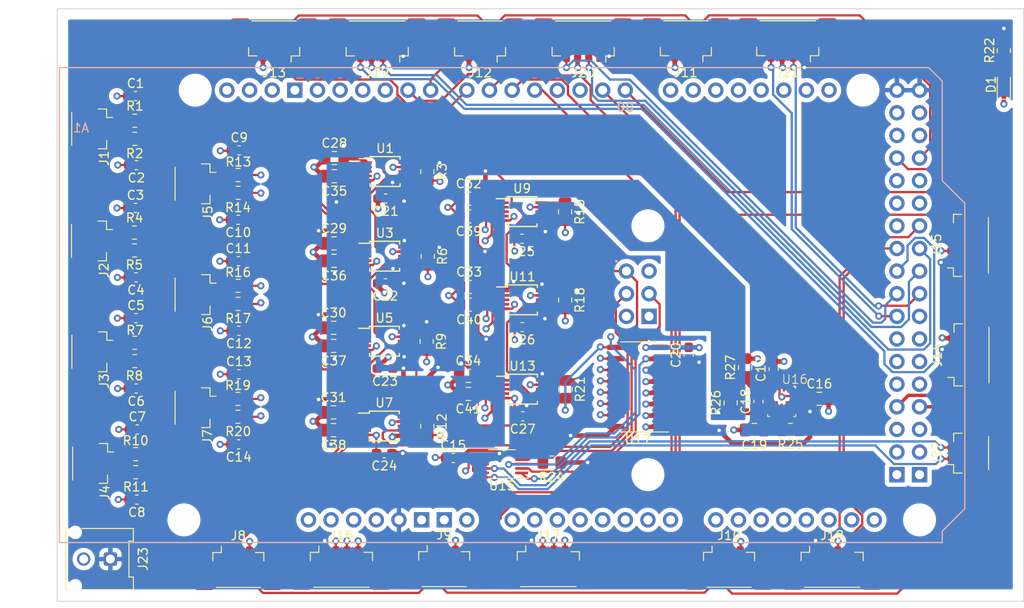
<source format=kicad_pcb>
(kicad_pcb (version 20221018) (generator pcbnew)
  (layers (0 "F.Cu" mixed) (1 "In1.Cu" signal) (2 "In2.Cu" power) (31 "B.Cu" mixed) (34 "B.Paste" user) (35 "F.Paste" user) (36 "B.SilkS" user "B.Silkscreen") (37 "F.SilkS" user "F.Silkscreen") (38 "B.Mask" user) (39 "F.Mask" user) (44 "Edge.Cuts" user))
  (net 0 "")
  (net 1 "/Radio/RX")
  (net 2 "/Radio/TX")
  (net 3 "/Motor Controller Connectors/MOTOR_SP1")
  (net 4 "/Motor Controller Connectors/MOTOR_SP2")
  (net 5 "/Motor Controller Connectors/MOTOR_SP3")
  (net 6 "/Motor Controller Connectors/MOTOR_SP4")
  (net 7 "/Motor Controller Connectors/MOTOR_SP5")
  (net 8 "/Motor Controller Connectors/MOTOR_SP6")
  (net 9 "/Motor Controller Connectors/DIR_LEFT")
  (net 10 "/Motor Controller Connectors/DIR_RIGHT")
  (net 11 "/Motor Encoders/CHA1")
  (net 12 "/Motor Encoders/CHB1")
  (net 13 "/Motor Encoders/CHA2")
  (net 14 "/Motor Encoders/CHB2")
  (net 15 "/Motor Encoders/CHA3")
  (net 16 "/Motor Encoders/CHB3")
  (net 17 "/Motor Encoders/CHA4")
  (net 18 "/Motor Encoders/CHB4")
  (net 19 "/Motor Encoders/CHA5")
  (net 20 "/Motor Encoders/CHB5")
  (net 21 "/Motor Encoders/CHA6")
  (net 22 "/Motor Encoders/CHB6")
  (net 23 "/Diff_Encoder/ENC-A")
  (net 24 "/Diff_Encoder/ENC-B")
  (net 25 "/MOSI")
  (net 26 "Net-(U16-SS_TR)")
  (net 27 "Net-(U16-FB)")
  (net 28 "Net-(J1-Pin_1)")
  (net 29 "Net-(J1-Pin_2)")
  (net 30 "/ADC/CS")
  (net 31 "Net-(J2-Pin_1)")
  (net 32 "Net-(J2-Pin_2)")
  (net 33 "/ADC1/CS")
  (net 34 "Net-(J3-Pin_1)")
  (net 35 "Net-(J3-Pin_2)")
  (net 36 "/ADC2/CS")
  (net 37 "Net-(J4-Pin_1)")
  (net 38 "Net-(J4-Pin_2)")
  (net 39 "/Vsense/ALERT")
  (net 40 "/ADC3/CS")
  (net 41 "Net-(J5-Pin_1)")
  (net 42 "GND")
  (net 43 "+5V")
  (net 44 "+BATT")
  (net 45 "Net-(J22-Pin_2)")
  (net 46 "+1V8")
  (net 47 "Net-(U13-Ain+)")
  (net 48 "Net-(U13-Ain-)")
  (net 49 "/CLK")
  (net 50 "/MISO")
  (net 51 "Net-(J5-Pin_2)")
  (net 52 "Net-(U11-Ain+)")
  (net 53 "Net-(U11-Ain-)")
  (net 54 "/ADC4/CS")
  (net 55 "Net-(U9-Ain+)")
  (net 56 "Net-(U9-Ain-)")
  (net 57 "Net-(J6-Pin_1)")
  (net 58 "Net-(U7-Ain+)")
  (net 59 "Net-(U7-Ain-)")
  (net 60 "Net-(J6-Pin_2)")
  (net 61 "Net-(U1-Ain+)")
  (net 62 "Net-(U1-Ain-)")
  (net 63 "/ADC5/CS")
  (net 64 "Net-(U5-Ain+)")
  (net 65 "Net-(U5-Ain-)")
  (net 66 "Net-(J7-Pin_1)")
  (net 67 "Net-(U3-Ain+)")
  (net 68 "Net-(U3-Ain-)")
  (net 69 "Net-(J7-Pin_2)")
  (net 70 "/ADC6/CS")
  (net 71 "Net-(U16-PG)")
  (net 72 "/Mux/Y7")
  (net 105 "/Mux/A0")
  (net 106 "/Mux/A1")
  (net 107 "/Mux/A2")
  (net 108 "/Mux/EN")
  (net 129 "Net-(D1-A)")
  (footprint "Connector_Molex:Molex_PicoBlade_53398-0371_1x03-1MP_P1.25mm_Vertical" (layer "F.Cu") (at 53.096 81.0754)
    (fp_text reference "J8")
    (fp_text value "Conn_01x03")
  )
  (footprint "Capacitor_SMD:C_0805_2012Metric_Pad1.18x1.45mm_HandSolder" (layer "F.Cu") (at 78.9119 62.057 180)
    (fp_text reference "C41")
    (fp_text value "1u")
  )
  (footprint "Package_DFN_QFN:QFN_FCMOD_RDY00009A" (layer "F.Cu") (at 114.0714 62.8806 -90)
    (fp_text reference "U16")
    (fp_text value "TPSM828512")
  )
  (footprint "Package_SO:MSOP-10_3x3mm_P0.5mm" (layer "F.Cu") (at 69.5667 37.0746)
    (fp_text reference "U1")
    (fp_text value "MCP33151")
  )
  (footprint "Package_SO:VSSOP-10_3x3mm_P0.5mm" (layer "F.Cu") (at 82.6876 69.9262 180)
    (fp_text reference "U15")
    (fp_text value "INA229")
  )
  (footprint "Connector_Molex:Molex_PicoBlade_53398-0271_1x02-1MP_P1.25mm_Vertical" (layer "F.Cu") (at 37.0874 44.8718 -90)
    (fp_text reference "J2")
    (fp_text value "Conn_01x02")
  )
  (footprint "Capacitor_SMD:C_0805_2012Metric_Pad1.18x1.45mm_HandSolder" (layer "F.Cu") (at 63.7794 66.121 180)
    (fp_text reference "C38")
    (fp_text value "1u")
  )
  (footprint "Connector_Molex:Molex_PicoBlade_53398-0271_1x02-1MP_P1.25mm_Vertical" (layer "F.Cu") (at 48.7084 38.4556 -90)
    (fp_text reference "J5")
    (fp_text value "Conn_01x02")
  )
  (footprint "Resistor_SMD:R_0805_2012Metric_Pad1.20x1.40mm_HandSolder" (layer "F.Cu") (at 89.8105 61.5348 -90)
    (fp_text reference "R21")
    (fp_text value "10K")
  )
  (footprint "Capacitor_SMD:C_0805_2012Metric_Pad1.18x1.45mm_HandSolder" (layer "F.Cu") (at 63.795 56.658 180)
    (fp_text reference "C37")
    (fp_text value "1u")
  )
  (footprint "Connector_Molex:Molex_PicoBlade_53398-0371_1x03-1MP_P1.25mm_Vertical" (layer "F.Cu") (at 57.11 22.882 180)
    (fp_text reference "J13")
    (fp_text value "Conn_01x03")
  )
  (footprint "Connector_Molex:Molex_PicoBlade_53398-0471_1x04-1MP_P1.25mm_Vertical" (layer "F.Cu") (at 134.62 57.668 90)
    (fp_text reference "J14")
    (fp_text value "Conn_01x04")
  )
  (footprint "Connector_Molex:Molex_PicoBlade_53398-0271_1x02-1MP_P1.25mm_Vertical" (layer "F.Cu") (at 37.1294 57.3178 -90)
    (fp_text reference "J3")
    (fp_text value "Conn_01x02")
  )
  (footprint "Package_SO:MSOP-10_3x3mm_P0.5mm" (layer "F.Cu") (at 84.9337 41.5798)
    (fp_text reference "U9")
    (fp_text value "MCP33151")
  )
  (footprint "Capacitor_SMD:C_0603_1608Metric_Pad1.08x0.95mm_HandSolder" (layer "F.Cu") (at 53.0871 42.4942 180)
    (fp_text reference "C10")
    (fp_text value "2.2n")
  )
  (footprint "Capacitor_SMD:C_0603_1608Metric_Pad1.08x0.95mm_HandSolder" (layer "F.Cu") (at 41.5589 28.6058)
    (fp_text reference "C1")
    (fp_text value "2.2n")
  )
  (footprint "Resistor_SMD:R_0805_2012Metric_Pad1.20x1.40mm_HandSolder" (layer "F.Cu") (at 53.0755 49.911)
    (fp_text reference "R16")
    (fp_text value "15")
  )
  (footprint "Capacitor_SMD:C_0805_2012Metric_Pad1.18x1.45mm_HandSolder" (layer "F.Cu") (at 63.8302 47.1076 180)
    (fp_text reference "C36")
    (fp_text value "1u")
  )
  (footprint "Package_SO:MSOP-10_3x3mm_P0.5mm" (layer "F.Cu") (at 69.5257 46.5836)
    (fp_text reference "U3")
    (fp_text value "MCP33151")
  )
  (footprint "Resistor_SMD:R_0805_2012Metric_Pad1.20x1.40mm_HandSolder" (layer "F.Cu") (at 53.0672 37.465)
    (fp_text reference "R13")
    (fp_text value "15")
  )
  (footprint "Resistor_SMD:R_0805_2012Metric_Pad1.20x1.40mm_HandSolder" (layer "F.Cu") (at 115.0478 66.0989)
    (fp_text reference "R25")
    (fp_text value "100k")
  )
  (footprint "arduino-library:Arduino_Mega2560_R3_Shield" (layer "F.Cu") (at 33.02 78.74)
    (fp_text reference "A1")
    (fp_text value "Arduino_Mega2560_R3_Shield")
  )
  (footprint "Resistor_SMD:R_0805_2012Metric_Pad1.20x1.40mm_HandSolder" (layer "F.Cu") (at 109.9678 59.0885 90)
    (fp_text reference "R27")
    (fp_text value "100k")
  )
  (footprint "Capacitor_SMD:C_0603_1608Metric_Pad1.08x0.95mm_HandSolder" (layer "F.Cu") (at 41.5567 41.1634)
    (fp_text reference "C3")
    (fp_text value "2.2n")
  )
  (footprint "Connector_Molex:Molex_Micro-Fit_3.0_43045-0212_2x01_P3.00mm_Vertical" (layer "F.Cu") (at 38.74 80.6 -90)
    (fp_text reference "J23")
    (fp_text value "Conn_01x02")
  )
  (footprint "Resistor_SMD:R_0805_2012Metric_Pad1.20x1.40mm_HandSolder" (layer "F.Cu") (at 74.3067 37.0906 -90)
    (fp_text reference "R3")
    (fp_text value "10K")
  )
  (footprint "Capacitor_SMD:C_0603_1608Metric_Pad1.08x0.95mm_HandSolder" (layer "F.Cu") (at 41.6063 53.5432)
    (fp_text reference "C5")
    (fp_text value "2.2n")
  )
  (footprint "Package_SO:MSOP-10_3x3mm_P0.5mm" (layer "F.Cu") (at 69.4905 56.134)
    (fp_text reference "U5")
    (fp_text value "MCP33151")
  )
  (footprint "Capacitor_SMD:C_0603_1608Metric_Pad1.08x0.95mm_HandSolder" (layer "F.Cu") (at 53.1622 59.8424)
    (fp_text reference "C13")
    (fp_text value "2.2n")
  )
  (footprint "Package_SO:SOIC-16_3.9x9.9mm_P1.27mm" (layer "F.Cu") (at 97.9312 61.2648 180)
    (fp_text reference "U17")
    (fp_text value "74HC138")
  )
  (footprint "Resistor_SMD:R_0805_2012Metric_Pad1.20x1.40mm_HandSolder" (layer "F.Cu") (at 74.3009 65.675 -90)
    (fp_text reference "R12")
    (fp_text value "10K")
  )
  (footprint "Capacitor_SMD:C_0603_1608Metric_Pad1.08x0.95mm_HandSolder" (layer "F.Cu") (at 69.558 59.198 180)
    (fp_text reference "C23")
    (fp_text value "0.1u")
  )
  (footprint "Capacitor_SMD:C_0603_1608Metric_Pad1.08x0.95mm_HandSolder" (layer "F.Cu") (at 85.011 64.5668 180)
    (fp_text reference "C27")
    (fp_text value "0.1u")
  )
  (footprint "Capacitor_SMD:C_0603_1608Metric_Pad1.08x0.95mm_HandSolder" (layer "F.Cu") (at 41.6306 61.4426 180)
    (fp_text reference "C6")
    (fp_text value "2.2n")
  )
  (footprint "Capacitor_SMD:C_0805_2012Metric_Pad1.18x1.45mm_HandSolder" (layer "F.Cu") (at 63.8712 37.5986 180)
    (fp_text reference "C35")
    (fp_text value "1u")
  )
  (footprint "Capacitor_SMD:C_0603_1608Metric_Pad1.08x0.95mm_HandSolder" (layer "F.Cu") (at 84.9337 44.6278 180)
    (fp_text reference "C25")
    (fp_text value "0.1u")
  )
  (footprint "Connector_Molex:Molex_PicoBlade_53398-0371_1x03-1MP_P1.25mm_Vertical" (layer "F.Cu") (at 103.318 22.86 180)
    (fp_text reference "J11")
    (fp_text value "Conn_01x03")
  )
  (footprint "Package_SO:MSOP-10_3x3mm_P0.5mm" (layer "F.Cu") (at 84.9845 61.5188)
    (fp_text reference "U13")
    (fp_text value "MCP33151")
  )
  (footprint "Resistor_SMD:R_0805_2012Metric_Pad1.20x1.40mm_HandSolder" (layer "F.Cu") (at 108.3422 63.0509 90)
    (fp_text reference "R26")
    (fp_text value "200k")
  )
  (footprint "Connector_Molex:Molex_PicoBlade_53398-0271_1x02-1MP_P1.25mm_Vertical" (layer "F.Cu") (at 37.209 69.8554 -90)
    (fp_text reference "J4")
    (fp_text value "Conn_01x02")
  )
  (footprint "Connector_Molex:Molex_PicoBlade_53398-0471_1x04-1MP_P1.25mm_Vertical" (layer "F.Cu") (at 68.677 22.882 180)
    (fp_text reference "J19")
    (fp_text value "Conn_01x04")
  )
  (footprint "Resistor_SMD:R_0805_2012Metric_Pad1.20x1.40mm_HandSolder" (layer "F.Cu") (at 74.3517 46.5996 -90)
    (fp_text reference "R6")
    (fp_text value "10K")
  )
  (footprint "Resistor_SMD:R_0805_2012Metric_Pad1.20x1.40mm_HandSolder" (layer "F.Cu") (at 53.0755 51.947)
    (fp_text reference "R17")
    (fp_text value "15")
  )
  (footprint "Capacitor_SMD:C_0603_1608Metric_Pad1.08x0.95mm_HandSolder" (layer "F.Cu") (at 69.4749 68.707 180)
    (fp_text reference "C24")
    (fp_text value "0.1u")
  )
  (footprint "Capacitor_SMD:C_0603_1608Metric_Pad1.08x0.95mm_HandSolder" (layer "F.Cu") (at 111.4664 62.8985 90)
    (fp_text reference "C18")
    (fp_text value "10p")
  )
  (footprint "Resistor_SMD:R_0805_2012Metric_Pad1.20x1.40mm_HandSolder" (layer "F.Cu") (at 41.4468 43.932)
    (fp_text reference "R4")
    (fp_text value "15")
  )
  (footprint "Capacitor_SMD:C_0603_1608Metric_Pad1.08x0.95mm_HandSolder" (layer "F.Cu") (at 53.1114 47.1424)
    (fp_text reference "C11")
    (fp_text value "2.2n")
  )
  (footprint "Resistor_SMD:R_0805_2012Metric_Pad1.20x1.40mm_HandSolder" (layer "F.Cu") (at 41.4814 31.3733)
    (fp_text reference "R1")
    (fp_text value "15")
  )
  (footprint "Capacitor_SMD:C_0805_2012Metric_Pad1.18x1.45mm_HandSolder" (layer "F.Cu") (at 78.9471 40.124)
    (fp_text reference "C32")
    (fp_text value "10u")
  )
  (footprint "Resistor_SMD:R_0805_2012Metric_Pad1.20x1.40mm_HandSolder" (layer "F.Cu") (at 89.7695 51.5098 -90)
    (fp_text reference "R18")
    (fp_text value "10K")
  )
  (footprint "Capacitor_SMD:C_0805_2012Metric_Pad1.18x1.45mm_HandSolder" (layer "F.Cu") (at 118.2927 62.5984)
    (fp_text reference "C16")
    (fp_text value "10u")
  )
  (footprint "Capacitor_SMD:C_0805_2012Metric_Pad1.18x1.45mm_HandSolder" (layer "F.Cu") (at 78.9979 50.038)
    (fp_text reference "C33")
    (fp_text value "10u")
  )
  (footprint "Connector_Molex:Molex_PicoBlade_53398-0271_1x02-1MP_P1.25mm_Vertical" (layer "F.Cu") (at 134.578 68.707 90)
    (fp_text reference "J22")
    (fp_text value "Conn_01x02")
  )
  (footprint "Resistor_SMD:R_0805_2012Metric_Pad1.20x1.40mm_HandSolder" (layer "F.Cu") (at 41.4468 45.9386)
    (fp_text reference "R5")
    (fp_text value "15")
  )
  (footprint "Capacitor_SMD:C_0805_2012Metric_Pad1.18x1.45mm_HandSolder" (layer "F.Cu") (at 78.9979 52.032 180)
    (fp_text reference "C40")
    (fp_text value "1u")
  )
  (footprint "Capacitor_SMD:C_0805_2012Metric_Pad1.18x1.45mm_HandSolder" (layer "F.Cu") (at 63.8712 35.5666)
    (fp_text reference "C28")
    (fp_text value "10u")
  )
  (footprint "Capacitor_SMD:C_0603_1608Metric_Pad1.08x0.95mm_HandSolder" (layer "F.Cu") (at 53.1887 34.6964)
    (fp_text reference "C9")
    (fp_text value "2.2n")
  )
  (footprint "Diode_SMD:D_0603_1608Metric_Pad1.05x0.95mm_HandSolder" (layer "F.Cu") (at 139 27.3 90)
    (fp_text reference "D1")
    (fp_text value "LED")
  )
  (footprint "Resistor_SMD:R_0805_2012Metric_Pad1.20x1.40mm_HandSolder" (layer "F.Cu") (at 41.4814 33.4053)
    (fp_text reference "R2")
    (fp_text value "15")
  )
  (footprint "Capacitor_SMD:C_0603_1608Metric_Pad1.08x0.95mm_HandSolder" (layer "F.Cu") (at 103.632 57.6823 90)
    (fp_text reference "C20")
    (fp_text value "0.1u")
  )
  (footprint "Connector_Molex:Molex_PicoBlade_53398-0371_1x03-1MP_P1.25mm_Vertical" (layer "F.Cu") (at 76.2 80.984)
    (fp_text reference "J9")
    (fp_text value "Conn_01x03")
  )
  (footprint "Connector_Molex:Molex_PicoBlade_53398-0471_1x04-1MP_P1.25mm_Vertical" (layer "F.Cu") (at 119.731 81.05)
    (fp_text reference "J18")
    (fp_text value "Conn_01x04")
  )
  (footprint "Package_SO:MSOP-10_3x3mm_P0.5mm" (layer "F.Cu") (at 69.4749 65.659)
    (fp_text reference "U7")
    (fp_text value "MCP33151")
  )
  (footprint "Capacitor_SMD:C_0603_1608Metric_Pad1.08x0.95mm_HandSolder" (layer "F.Cu") (at 41.6594 36.3628 180)
    (fp_text reference "C2")
    (fp_text value "2.2n")
  )
  (footprint "Capacitor_SMD:C_0603_1608Metric_Pad1.08x0.95mm_HandSolder" (layer "F.Cu") (at 53.1368 67.7164 180)
    (fp_text reference "C14")
    (fp_text value "2.2n")
  )
  (footprint "Capacitor_SMD:C_0603_1608Metric_Pad1.08x0.95mm_HandSolder" (layer "F.Cu") (at 84.97 54.5418 180)
    (fp_text reference "C26")
    (fp_text value "0.1u")
  )
  (footprint "Capacitor_SMD:C_0805_2012Metric_Pad1.18x1.45mm_HandSolder" (layer "F.Cu") (at 111.0037 66.0989 180)
    (fp_text reference "C19")
    (fp_text value "22u")
  )
  (footprint "Resistor_SMD:R_0805_2012Metric_Pad1.20x1.40mm_HandSolder" (layer "F.Cu") (at 41.5684 68.814)
    (fp_text reference "R10")
    (fp_text value "15")
  )
  (footprint "Connector_Molex:Molex_PicoBlade_53398-0471_1x04-1MP_P1.25mm_Vertical" (layer "F.Cu") (at 87.884 80.984)
    (fp_text reference "J17")
    (fp_text value "Conn_01x04")
  )
  (footprint "Resistor_SMD:R_0805_2012Metric_Pad1.20x1.40mm_HandSolder" (layer "F.Cu") (at 74.2305 56.166 -90)
    (fp_text reference "R9")
    (fp_text value "10K")
  )
  (footprint "Capacitor_SMD:C_0805_2012Metric_Pad1.18x1.45mm_HandSolder" (layer "F.Cu") (at 78.9471 42.118 180)
    (fp_text reference "C39")
    (fp_text value "1u")
  )
  (footprint "Capacitor_SMD:C_0603_1608Metric_Pad1.08x0.95mm_HandSolder" (layer "F.Cu") (at 41.7567 66.0454)
    (fp_text reference "C7")
    (fp_text value "2.2n")
  )
  (footprint "Connector_Molex:Molex_PicoBlade_53398-0371_1x03-1MP_P1.25mm_Vertical" (layer "F.Cu") (at 108.164 81.05)
    (fp_text reference "J10")
    (fp_text value "Conn_01x03")
  )
  (footprint "Capacitor_SMD:C_0805_2012Metric_Pad1.18x1.45mm_HandSolder" (layer "F.Cu") (at 63.795 54.626)
    (fp_text reference "C30")
    (fp_text value "10u")
  )
  (footprint "Capacitor_SMD:C_0603_1608Metric_Pad1.08x0.95mm_HandSolder" (layer "F.Cu") (at 69.5932 49.6316 180)
    (fp_text reference "C22")
    (fp_text value "0.1u")
  )
  (footprint "Capacitor_SMD:C_0805_2012Metric_Pad1.18x1.45mm_HandSolder" (layer "F.Cu") (at 78.9119 60.025)
    (fp_text reference "C34")
    (fp_text value "10u")
  )
  (footprint "Capacitor_SMD:C_0603_1608Metric_Pad1.08x0.95mm_HandSolder" (layer "F.Cu") (at 53.1622 54.9656 180)
    (fp_text reference "C12")
    (fp_text value "2.2n")
  )
  (footprint "Resistor_SMD:R_0805_2012Metric_Pad1.20x1.40mm_HandSolder" (layer "F.Cu") (at 41.4716 56.3118)
    (fp_text reference "R7")
    (fp_text value "15")
  )
  (footprint "Capacitor_SMD:C_0603_1608Metric_Pad1.08x0.95mm_HandSolder" (layer "F.Cu") (at 41.7059 73.9194 180)
    (fp_text reference "C8")
    (fp_text value "2.2n")
  )
  (footprint "Connector_Molex:Molex_PicoBlade_53398-0471_1x04-1MP_P1.25mm_Vertical" (layer "F.Cu") (at 114.748 22.86 180)
    (fp_text reference "J21")
    (fp_text value "Conn_01x04")
  )
  (footprint "Capacitor_SMD:C_0603_1608Metric_Pad1.08x0.95mm_HandSolder" (layer "F.Cu") (at 77.2161 69.2502)
    (fp_text reference "C15")
    (fp_text value "100n")
  )
  (footprint "Resistor_SMD:R_0805_2012Metric_Pad1.20x1.40mm_HandSolder" (layer "F.Cu") (at 89.7597 41.5958 -90)
    (fp_text reference "R15")
    (fp_text value "10K")
  )
  (footprint "Connector_Molex:Molex_PicoBlade_53398-0471_1x04-1MP_P1.25mm_Vertical" (layer "F.Cu") (at 64.663 81.05)
    (fp_text reference "J16")
    (fp_text value "Conn_01x04")
  )
  (footprint "Resistor_SMD:R_0805_2012Metric_Pad1.20x1.40mm_HandSolder" (layer "F.Cu") (at 139 23.5 -90)
    (fp_text reference "R22")
    (fp_text value "250")
  )
  (footprint "Capacitor_SMD:C_0603_1608Metric_Pad1.08x0.95mm_HandSolder" (layer "F.Cu") (at 113.1682 59.2663 90)
    (fp_text reference "C17")
    (fp_text value "680p")
  )
  (footprint "Capacitor_SMD:C_0603_1608Metric_Pad1.08x0.95mm_HandSolder" (layer "F.Cu") (at 69.6342 40.1066 180)
    (fp_text reference "C21")
    (fp_text value "0.1u")
  )
  (footprint "Resistor_SMD:R_0805_2012Metric_Pad1.20x1.40mm_HandSolder" (layer "F.Cu") (at 53.0766 39.4716)
    (fp_text reference "R14")
    (fp_text value "15")
  )
  (footprint "Resistor_SMD:R_0805_2012Metric_Pad1.20x1.40mm_HandSolder" (layer "F.Cu") (at 53.0501 62.611)
    (fp_text reference "R19")
    (fp_text value "15")
  )
  (footprint "Resistor_SMD:R_0805_2012Metric_Pad1.20x1.40mm_HandSolder" (layer "F.Cu") (at 41.4782 58.3692)
    (fp_text reference "R8")
    (fp_text value "15")
  )
  (footprint "Capacitor_SMD:C_0805_2012Metric_Pad1.18x1.45mm_HandSolder" (layer "F.Cu") (at 63.7794 64.127)
    (fp_text reference "C31")
    (fp_text value "10u")
  )
  (footprint "Resistor_SMD:R_0805_2012Metric_Pad1.20x1.40mm_HandSolder" (layer "F.Cu") (at 41.5684 70.846)
    (fp_text reference "R11")
    (fp_text value "15")
  )
  (footprint "Package_SO:MSOP-10_3x3mm_P0.5mm" (layer "F.Cu") (at 84.9845 51.4858)
    (fp_text reference "U11")
    (fp_text value "MCP33151")
  )
  (footprint "Connector_Molex:Molex_PicoBlade_53398-0271_1x02-1MP_P1.25mm_Vertical" (layer "F.Cu") (at 48.7084 63.6016 -90)
    (fp_text reference "J7")
    (fp_text value "Conn_01x02")
  )
  (footprint "Connector_Molex:Molex_PicoBlade_53398-0271_1x02-1MP_P1.25mm_Vertical" (layer "F.Cu") (at 37.1074 32.2888 -90)
    (fp_text reference "J1")
    (fp_text value "Conn_01x02")
  )
  (footprint "Connector_Molex:Molex_PicoBlade_53398-0471_1x04-1MP_P1.25mm_Vertical" (layer "F.Cu") (at 134.554 45.369 90)
    (fp_text reference "J15")
    (fp_text value "Conn_01x04")
  )
  (footprint "Capacitor_SMD:C_0805_2012Metric_Pad1.18x1.45mm_HandSolder" (layer "F.Cu") (at 63.8302 45.1476)
    (fp_text reference "C29")
    (fp_text value "10u")
  )
  (footprint "Capacitor_SMD:C_0603_1608Metric_Pad1.08x0.95mm_HandSolder" (layer "F.Cu") (at 41.6097 48.9612 180)
    (fp_text reference "C4")
    (fp_text value "2.2n")
  )
  (footprint "Connector_Molex:Molex_PicoBlade_53398-0471_1x04-1MP_P1.25mm_Vertical" (layer "F.Cu") (at 91.791 22.882 180)
    (fp_text reference "J20")
    (fp_text value "Conn_01x04")
  )
  (footprint "Connector_Molex:Molex_PicoBlade_53398-0271_1x02-1MP_P1.25mm_Vertical" (layer "F.Cu") (at 48.7084 50.9016 -90)
    (fp_text reference "J6")
    (fp_text value "Conn_01x02")
  )
  (footprint "Resistor_SMD:R_0805_2012Metric_Pad1.20x1.40mm_HandSolder" (layer "F.Cu") (at 88.2756 69.7582 180)
    (fp_text reference "R24")
    (fp_text value "10k")
  )
  (footprint "Resistor_SMD:R_0805_2012Metric_Pad1.20x1.40mm_HandSolder" (layer "F.Cu") (at 53.0501 64.6176)
    (fp_text reference "R20")
    (fp_text value "15")
  )
  (footprint "Connector_Molex:Molex_PicoBlade_53398-0371_1x03-1MP_P1.25mm_Vertical" (layer "F.Cu") (at 80.224 22.882 180)
    (fp_text reference "J12")
    (fp_text value "Conn_01x03")
  )
  (gr_rect (start 32.766 18.796) (end 141.224 85.344) (stroke (width 0.1)) (fill none) (layer "Edge.Cuts"))
  (segment (start 133.539093 44.744) (end 134.3445 43.938593) (width 0.254) (layer "F.Cu") (net 1))
  (segment (start 134.3445 43.938593) (end 134.3445 42.6251) (width 0.254) (layer "F.Cu") (net 1))
  (segment (start 131.1053 39.3859) (end 107.9659 39.3859) (width 0.254) (layer "F.Cu") (net 1))
  (segment (start 107.9659 39.3859) (end 96.52 27.94) (width 0.254) (layer "F.Cu") (net 1))
  (segment (start 133.304 44.744) (end 133.539093 44.744) (width 0.381) (layer "F.Cu") (net 1))
  (segment (start 134.3445 42.6251) (end 131.1053 39.3859) (width 0.254) (layer "F.Cu") (net 1))
  (segment (start 107.9659 41.9259) (end 131.7359 41.9259) (width 0.254) (layer "F.Cu") (net 2))
  (segment (start 93.98 27.94) (end 107.9659 41.9259) (width 0.254) (layer "F.Cu") (net 2))
  (segment (start 131.7359 41.9259) (end 133.304 43.494) (width 0.254) (layer "F.Cu") (net 2))
  (segment (start 101.7082 71.7738) (end 101.7082 42.431963) (width 0.254) (layer "F.Cu") (net 3))
  (segment (start 53.096 79.8254) (end 53.096 78.844866) (width 0.254) (layer "F.Cu") (net 3))
  (segment (start 100.385 73.097) (end 101.7082 71.7738) (width 0.254) (layer "F.Cu") (net 3))
  (segment (start 58.843866 73.097) (end 100.385 73.097) (width 0.254) (layer "F.Cu") (net 3))
  (segment (start 87.216237 27.94) (end 86.36 27.94) (width 0.254) (layer "F.Cu") (net 3))
  (segment (start 101.7082 42.431963) (end 87.216237 27.94) (width 0.254) (layer "F.Cu") (net 3))
  (segment (start 53.096 78.844866) (end 58.843866 73.097) (width 0.254) (layer "F.Cu") (net 3))
  (segment (start 102.1622 40.504763) (end 90.0906 28.433163) (width 0.254) (layer "F.Cu") (net 4))
  (segment (start 84.7344 73.551) (end 100.573052 73.551) (width 0.254) (layer "F.Cu") (net 4))
  (segment (start 89.393163 26.7494) (end 85.0106 26.7494) (width 0.254) (layer "F.Cu") (net 4))
  (segment (start 85.0106 26.7494) (end 83.82 27.94) (width 0.254) (layer "F.Cu") (net 4))
  (segment (start 77.868291 80.711) (end 82.528291 76.051) (width 0.254) (layer "F.Cu") (net 4))
  (segment (start 90.0906 27.446837) (end 89.393163 26.7494) (width 0.254) (layer "F.Cu") (net 4))
  (segment (start 82.528291 75.757109) (end 84.7344 73.551) (width 0.254) (layer "F.Cu") (net 4))
  (segment (start 76.2 79.734) (end 76.2 79.879291) (width 0.254) (layer "F.Cu") (net 4))
  (segment (start 90.0906 28.433163) (end 90.0906 27.446837) (width 0.254) (layer "F.Cu") (net 4))
  (segment (start 100.573052 73.551) (end 102.1622 71.961852) (width 0.254) (layer "F.Cu") (net 4))
  (segment (start 82.528291 76.051) (end 82.528291 75.757109) (width 0.254) (layer "F.Cu") (net 4))
  (segment (start 77.031709 80.711) (end 77.868291 80.711) (width 0.254) (layer "F.Cu") (net 4))
  (segment (start 76.2 79.879291) (end 77.031709 80.711) (width 0.254) (layer "F.Cu") (net 4))
  (segment (start 102.1622 71.961852) (end 102.1622 40.504763) (width 0.254) (layer "F.Cu") (net 4))
  (segment (start 102.6162 74.106909) (end 102.6162 39.039999) (width 0.254) (layer "F.Cu") (net 5))
  (segment (start 92.6306 29.054399) (end 92.6306 27.446837) (width 0.254) (layer "F.Cu") (net 5))
  (segment (start 108.164 79.8) (end 108.164 79.654709) (width 0.254) (layer "F.Cu") (net 5))
  (segment (start 82.9246 26.2954) (end 81.28 27.94) (width 0.254) (layer "F.Cu") (net 5))
  (segment (start 102.6162 39.039999) (end 92.6306 29.054399) (width 0.254) (layer "F.Cu") (net 5))
  (segment (start 108.164 79.654709) (end 102.6162 74.106909) (width 0.254) (layer "F.Cu") (net 5))
  (segment (start 91.479163 26.2954) (end 82.9246 26.2954) (width 0.254) (layer "F.Cu") (net 5))
  (segment (start 92.6306 27.446837) (end 91.479163 26.2954) (width 0.254) (layer "F.Cu") (net 5))
  (segment (start 70.9454 28.433163) (end 72.230237 29.718) (width 0.254) (layer "F.Cu") (net 6))
  (segment (start 70.104 26.7462) (end 70.9454 27.5876) (width 0.254) (layer "F.Cu") (net 6))
  (segment (start 76.962 29.718) (end 78.74 27.94) (width 0.254) (layer "F.Cu") (net 6))
  (segment (start 59.578909 26.7462) (end 70.104 26.7462) (width 0.254) (layer "F.Cu") (net 6))
  (segment (start 57.11 24.132) (end 57.11 24.277291) (width 0.254) (layer "F.Cu") (net 6))
  (segment (start 57.11 24.277291) (end 59.578909 26.7462) (width 0.254) (layer "F.Cu") (net 6))
  (segment (start 72.230237 29.718) (end 76.962 29.718) (width 0.254) (layer "F.Cu") (net 6))
  (segment (start 70.9454 27.5876) (end 70.9454 28.433163) (width 0.254) (layer "F.Cu") (net 6))
  (segment (start 80.224 23.4804) (end 80.224 24.132) (width 0.254) (layer "F.Cu") (net 7))
  (segment (start 79.883 23.1394) (end 80.224 23.4804) (width 0.254) (layer "F.Cu") (net 7))
  (segment (start 78.255286 23.1394) (end 79.883 23.1394) (width 0.254) (layer "F.Cu") (net 7))
  (segment (start 74.676 27.94) (end 74.676 26.718686) (width 0.254) (layer "F.Cu") (net 7))
  (segment (start 74.676 26.718686) (end 78.255286 23.1394) (width 0.254) (layer "F.Cu") (net 7))
  (segment (start 101.573709 23.209) (end 101.664183 23.118526) (width 0.254) (layer "F.Cu") (net 8))
  (segment (start 102.471817 23.118526) (end 103.318 23.964709) (width 0.254) (layer "F.Cu") (net 8))
  (segment (start 95.0656 23.209) (end 101.573709 23.209) (width 0.254) (layer "F.Cu") (net 8))
  (segment (start 95.0116 23.155) (end 95.0656 23.209) (width 0.254) (layer "F.Cu") (net 8))
  (segment (start 82.450948 26.127) (end 82.736547 25.8414) (width 0.254) (layer "F.Cu") (net 8))
  (segment (start 86.811309 25.8414) (end 89.497709 23.155) (width 0.254) (layer "F.Cu") (net 8))
  (segment (start 72.136 27.94) (end 73.3266 29.1306) (width 0.254) (layer "F.Cu") (net 8))
  (segment (start 101.664183 23.118526) (end 102.471817 23.118526) (width 0.254) (layer "F.Cu") (net 8))
  (segment (start 103.318 23.964709) (end 103.318 24.11) (width 0.254) (layer "F.Cu") (net 8))
  (segment (start 89.497709 23.155) (end 95.0116 23.155) (width 0.254) (layer "F.Cu") (net 8))
  (segment (start 78.869237 26.127) (end 82.450948 26.127) (width 0.254) (layer "F.Cu") (net 8))
  (segment (start 75.865637 29.1306) (end 78.869237 26.127) (width 0.254) (layer "F.Cu") (net 8))
  (segment (start 82.736547 25.8414) (end 86.811309 25.8414) (width 0.254) (layer "F.Cu") (net 8))
  (segment (start 73.3266 29.1306) (end 75.865637 29.1306) (width 0.254) (layer "F.Cu") (net 8))
  (segment (start 127.0196 84.4804) (end 137.9474 73.5526) (width 0.254) (layer "F.Cu") (net 9))
  (segment (start 74.95 82.800001) (end 76.526999 84.377) (width 0.254) (layer "F.Cu") (net 9))
  (segment (start 128.2446 36.8046) (end 127 35.56) (width 0.254) (layer "F.Cu") (net 9))
  (segment (start 134.780601 36.8046) (end 128.2446 36.8046) (width 0.254) (layer "F.Cu") (net 9))
  (segment (start 73.347601 84.4024) (end 74.95 82.800001) (width 0.254) (layer "F.Cu") (net 9))
  (segment (start 137.9474 39.971399) (end 134.780601 36.8046) (width 0.254) (layer "F.Cu") (net 9))
  (segment (start 106.914 82.8748) (end 108.5196 84.4804) (width 0.254) (layer "F.Cu") (net 9))
  (segment (start 105.4118 84.377) (end 106.914 82.8748) (width 0.254) (layer "F.Cu") (net 9))
  (segment (start 74.95 82.800001) (end 74.95 79.734) (width 0.254) (layer "F.Cu") (net 9))
  (segment (start 106.914 82.8748) (end 106.914 79.8) (width 0.254) (layer "F.Cu") (net 9))
  (segment (start 51.846 80.391401) (end 55.856999 84.4024) (width 0.254) (layer "F.Cu") (net 9))
  (segment (start 76.526999 84.377) (end 105.4118 84.377) (width 0.254) (layer "F.Cu") (net 9))
  (segment (start 108.5196 84.4804) (end 127.0196 84.4804) (width 0.254) (layer "F.Cu") (net 9))
  (segment (start 55.856999 84.4024) (end 73.347601 84.4024) (width 0.254) (layer "F.Cu") (net 9))
  (segment (start 51.846 79.8254) (end 51.846 80.391401) (width 0.254) (layer "F.Cu") (net 9))
  (segment (start 137.9474 73.5526) (end 137.9474 39.971399) (width 0.254) (layer "F.Cu") (net 9))
  (segment (start 103.228 19.535) (end 104.568 20.875) (width 0.25) (layer "F.Cu") (net 10))
  (segment (start 81.474 21.068828) (end 83.007828 19.535) (width 0.25) (layer "F.Cu") (net 10))
  (segment (start 81.444628 21.068828) (end 81.474 21.068828) (width 0.25) (layer "F.Cu") (net 10))
  (segment (start 59.871828 19.557) (end 79.9328 19.557) (width 0.25) (layer "F.Cu") (net 10))
  (segment (start 81.474 24.132) (end 81.474 21.068828) (width 0.25) (layer "F.Cu") (net 10))
  (segment (start 122.815935 19.535) (end 130.7286 27.447665) (width 0.25) (layer "F.Cu") (net 10))
  (segment (start 104.568 20.875) (end 105.908 19.535) (width 0.25) (layer "F.Cu") (net 10))
  (segment (start 58.36 21.068828) (end 59.871828 19.557) (width 0.25) (layer "F.Cu") (net 10))
  (segment (start 105.908 19.535) (end 122.815935 19.535) (width 0.25) (layer "F.Cu") (net 10))
  (segment (start 130.7286 34.3714) (end 129.54 35.56) (width 0.25) (layer "F.Cu") (net 10))
  (segment (start 58.36 24.132) (end 58.36 21.068828) (width 0.25) (layer "F.Cu") (net 10))
  (segment (start 130.7286 27.447665) (end 130.7286 34.3714) (width 0.25) (layer "F.Cu") (net 10))
  (segment (start 104.568 20.875) (end 104.568 24.11) (width 0.25) (layer "F.Cu") (net 10))
  (segment (start 79.9328 19.557) (end 81.444628 21.068828) (width 0.25) (layer "F.Cu") (net 10))
  (segment (start 83.007828 19.535) (end 103.228 19.535) (width 0.25) (layer "F.Cu") (net 10))
  (segment (start 64.0334 78.5505) (end 64.0334 79.7954) (width 0.254) (layer "F.Cu") (net 11))
  (segment (start 64.0334 79.7954) (end 64.038 79.8) (width 0.254) (layer "F.Cu") (net 11))
  (via (at 64.0334 78.5505) (size 0.8) (drill 0.4) (layers "F.Cu" "B.Cu") (net 11))
  (segment (start 66.548 78.5622) (end 66.548 79.79) (width 0.254) (layer "F.Cu") (net 12))
  (segment (start 66.548 79.79) (end 66.538 79.8) (width 0.254) (layer "F.Cu") (net 12))
  (via (at 66.548 78.5622) (size 0.8) (drill 0.4) (layers "F.Cu" "B.Cu") (net 12))
  (segment (start 87.249 79.724) (end 87.259 79.734) (width 0.254) (layer "F.Cu") (net 13))
  (segment (start 87.249 78.486) (end 87.249 79.724) (width 0.254) (layer "F.Cu") (net 13))
  (via (at 87.249 78.486) (size 0.8) (drill 0.4) (layers "F.Cu" "B.Cu") (net 13))
  (segment (start 89.7382 79.7132) (end 89.759 79.734) (width 0.254) (layer "F.Cu") (net 14))
  (segment (start 89.7382 78.4845) (end 89.7382 79.7132) (width 0.254) (layer "F.Cu") (net 14))
  (via (at 89.7382 78.4845) (size 0.8) (drill 0.4) (layers "F.Cu" "B.Cu") (net 14))
  (segment (start 120.5706 48.8474) (end 124.968 44.45) (width 0.254) (layer "F.Cu") (net 15))
  (segment (start 129.54 43.18) (end 128.27 44.45) (width 0.254) (layer "F.Cu") (net 15))
  (segment (start 128.27 44.45) (end 124.968 44.45) (width 0.254) (layer "F.Cu") (net 15))
  (segment (start 119.1006 79.7946) (end 119.106 79.8) (width 0.254) (layer "F.Cu") (net 15))
  (segment (start 120.5706 77.0922) (end 120.5706 48.8474) (width 0.254) (layer "F.Cu") (net 15))
  (segment (start 119.1006 78.5622) (end 119.1006 79.7946) (width 0.254) (layer "F.Cu") (net 15))
  (segment (start 119.1006 78.5622) (end 120.5706 77.0922) (width 0.254) (layer "F.Cu") (net 15))
  (segment (start 121.6152 78.188563) (end 123.1106 76.693163) (width 0.254) (layer "F.Cu") (net 16))
  (segment (start 121.0246 49.035452) (end 124.340052 45.72) (width 0.254) (layer "F.Cu") (net 16))
  (segment (start 124.340052 45.72) (end 127 45.72) (width 0.254) (layer "F.Cu") (net 16))
  (segment (start 123.1106 75.706837) (end 121.0246 73.620837) (width 0.254) (layer "F.Cu") (net 16))
  (segment (start 121.6152 79.7908) (end 121.6152 78.188563) (width 0.254) (layer "F.Cu") (net 16))
  (segment (start 121.606 79.8) (end 121.6152 79.7908) (width 0.254) (layer "F.Cu") (net 16))
  (segment (start 123.1106 76.693163) (end 123.1106 75.706837) (width 0.254) (layer "F.Cu") (net 16))
  (segment (start 121.0246 73.620837) (end 121.0246 49.035452) (width 0.254) (layer "F.Cu") (net 16))
  (segment (start 69.342 25.3815) (end 69.342 24.172) (width 0.254) (layer "F.Cu") (net 17))
  (segment (start 69.342 24.172) (end 69.302 24.132) (width 0.254) (layer "F.Cu") (net 17))
  (via (at 69.342 25.3815) (size 0.8) (drill 0.4) (layers "F.Cu" "B.Cu") (net 17))
  (segment (start 130.7306 46.9106) (end 130.7306 56.373163) (width 0.254) (layer "B.Cu") (net 17))
  (segment (start 70.2065 26.246) (end 69.342 25.3815) (width 0.254) (layer "B.Cu") (net 17))
  (segment (start 75.362237 26.246) (end 70.2065 26.246) (width 0.254) (layer "B.Cu") (net 17))
  (segment (start 78.700837 29.5846) (end 75.362237 26.246) (width 0.254) (layer "B.Cu") (net 17))
  (segment (start 98.564259 29.5846) (end 78.700837 29.5846) (width 0.254) (layer "B.Cu") (net 17))
  (segment (start 130.7306 56.373163) (end 130.033163 57.0706) (width 0.254) (layer "B.Cu") (net 17))
  (segment (start 129.54 45.72) (end 130.7306 46.9106) (width 0.254) (layer "B.Cu") (net 17))
  (segment (start 126.050259 57.0706) (end 98.564259 29.5846) (width 0.254) (layer "B.Cu") (net 17))
  (segment (start 130.033163 57.0706) (end 126.050259 57.0706) (width 0.254) (layer "B.Cu") (net 17))
  (segment (start 66.802 25.3815) (end 66.802 24.132) (width 0.254) (layer "F.Cu") (net 18))
  (via (at 66.802 25.3815) (size 0.8) (drill 0.4) (layers "F.Cu" "B.Cu") (net 18))
  (segment (start 78.458363 30.0386) (end 75.119763 26.7) (width 0.254) (layer "B.Cu") (net 18))
  (segment (start 68.1205 26.7) (end 66.802 25.3815) (width 0.254) (layer "B.Cu") (net 18))
  (segment (start 130.033163 59.6106) (end 126.506837 59.6106) (width 0.254) (layer "B.Cu") (net 18))
  (segment (start 128.1906 45.385637) (end 129.046837 44.5294) (width 0.254) (layer "B.Cu") (net 18))
  (segment (start 75.119763 26.7) (end 68.1205 26.7) (width 0.254) (layer "B.Cu") (net 18))
  (segment (start 128.1906 47.0694) (end 128.1906 45.385637) (width 0.254) (layer "B.Cu") (net 18))
  (segment (start 131.1846 58.459163) (end 130.033163 59.6106) (width 0.254) (layer "B.Cu") (net 18))
  (segment (start 131.1846 45.680837) (end 131.1846 58.459163) (width 0.254) (layer "B.Cu") (net 18))
  (segment (start 130.033163 44.5294) (end 131.1846 45.680837) (width 0.254) (layer "B.Cu") (net 18))
  (segment (start 127 48.26) (end 128.1906 47.0694) (width 0.254) (layer "B.Cu") (net 18))
  (segment (start 126.506837 59.6106) (end 125.598444 58.702207) (width 0.254) (layer "B.Cu") (net 18))
  (segment (start 125.598444 58.702207) (end 125.598444 57.260838) (width 0.254) (layer "B.Cu") (net 18))
  (segment (start 129.046837 44.5294) (end 130.033163 44.5294) (width 0.254) (layer "B.Cu") (net 18))
  (segment (start 125.598444 57.260838) (end 98.376207 30.0386) (width 0.254) (layer "B.Cu") (net 18))
  (segment (start 98.376207 30.0386) (end 78.458363 30.0386) (width 0.254) (layer "B.Cu") (net 18))
  (segment (start 92.4306 25.4) (end 92.4306 24.1466) (width 0.254) (layer "F.Cu") (net 19))
  (segment (start 92.4306 24.1466) (end 92.416 24.132) (width 0.254) (layer "F.Cu") (net 19))
  (via (at 92.4306 25.4) (size 0.8) (drill 0.4) (layers "F.Cu" "B.Cu") (net 19))
  (segment (start 93.486837 29.1306) (end 92.7894 28.433163) (width 0.254) (layer "B.Cu") (net 19))
  (segment (start 128.3494 53.674363) (end 127.489963 54.5338) (width 0.254) (layer "B.Cu") (net 19))
  (segment (start 92.7894 25.7588) (end 92.4306 25.4) (width 0.254) (layer "B.Cu") (net 19))
  (segment (start 124.155511 54.5338) (end 98.752311 29.1306) (width 0.254) (layer "B.Cu") (net 19))
  (segment (start 92.7894 28.433163) (end 92.7894 25.7588) (width 0.254) (layer "B.Cu") (net 19))
  (segment (start 128.3494 49.4506) (end 128.3494 53.674363) (width 0.254) (layer "B.Cu") (net 19))
  (segment (start 129.54 48.26) (end 128.3494 49.4506) (width 0.254) (layer "B.Cu") (net 19))
  (segment (start 127.489963 54.5338) (end 124.155511 54.5338) (width 0.254) (layer "B.Cu") (net 19))
  (segment (start 98.752311 29.1306) (end 93.486837 29.1306) (width 0.254) (layer "B.Cu") (net 19))
  (segment (start 89.916 25.4) (end 89.916 24.132) (width 0.254) (layer "F.Cu") (net 20))
  (via (at 89.916 25.4) (size 0.8) (drill 0.4) (layers "F.Cu" "B.Cu") (net 20))
  (segment (start 125.695 53.615734) (end 125.259534 54.0512) (width 0.254) (layer "B.Cu") (net 20))
  (segment (start 92.671334 24.6126) (end 90.7034 24.6126) (width 0.254) (layer "B.Cu") (net 20))
  (segment (start 124.314963 54.0512) (end 97.013163 26.7494) (width 0.254) (layer "B.Cu") (net 20))
  (segment (start 90.7034 24.6126) (end 89.916 25.4) (width 0.254) (layer "B.Cu") (net 20))
  (segment (start 125.259534 54.0512) (end 124.314963 54.0512) (width 0.254) (layer "B.Cu") (net 20))
  (segment (start 125.695 52.105) (end 125.695 53.615734) (width 0.254) (layer "B.Cu") (net 20))
  (segment (start 97.013163 26.7494) (end 94.808134 26.7494) (width 0.254) (layer "B.Cu") (net 20))
  (segment (start 94.808134 26.7494) (end 92.671334 24.6126) (width 0.254) (layer "B.Cu") (net 20))
  (segment (start 127 50.8) (end 125.695 52.105) (width 0.254) (layer "B.Cu") (net 20))
  (segment (start 124.9902 52.1494) (end 124.9426 52.1716) (width 0.254) (layer "F.Cu") (net 21))
  (segment (start 124.9426 52.1716) (end 124.9458 52.1494) (width 0.254) (layer "F.Cu") (net 21))
  (segment (start 115.3922 25.3746) (end 115.3922 24.1292) (width 0.254) (layer "F.Cu") (net 21))
  (segment (start 115.3922 24.1292) (end 115.373 24.11) (width 0.254) (layer "F.Cu") (net 21))
  (segment (start 129.54 50.8) (end 128.1906 52.1494) (width 0.254) (layer "F.Cu") (net 21))
  (segment (start 128.1906 52.1494) (end 124.9902 52.1494) (width 0.254) (layer "F.Cu") (net 21))
  (segment (start 124.9458 52.1494) (end 124.968 52.1494) (width 0.254) (layer "F.Cu") (net 21))
  (via (at 115.3922 25.3746) (size 0.8) (drill 0.4) (layers "F.Cu" "B.Cu") (net 21))
  (via (at 124.9426 52.1716) (size 0.8) (drill 0.4) (layers "F.Cu" "B.Cu") (net 21))
  (segment (start 124.467052 52.1716) (end 115.6494 43.353948) (width 0.254) (layer "B.Cu") (net 21))
  (segment (start 115.6494 43.353948) (end 115.6494 25.6318) (width 0.254) (layer "B.Cu") (net 21))
  (segment (start 115.6494 25.6318) (end 115.3922 25.3746) (width 0.254) (layer "B.Cu") (net 21))
  (segment (start 124.9426 52.1716) (end 124.467052 52.1716) (width 0.254) (layer "B.Cu") (net 21))
  (segment (start 112.8776 24.1146) (end 112.873 24.11) (width 0.254) (layer "F.Cu") (net 22))
  (segment (start 112.8776 25.3746) (end 112.8776 24.1146) (width 0.254) (layer "F.Cu") (net 22))
  (segment (start 127 53.34) (end 124.968 53.3146) (width 0.254) (layer "F.Cu") (net 22))
  (via (at 112.8776 25.3746) (size 0.8) (drill 0.4) (layers "F.Cu" "B.Cu") (net 22))
  (via (at 124.968 53.3146) (size 0.8) (drill 0.4) (layers "F.Cu" "B.Cu") (net 22))
  (segment (start 113.1094 28.433163) (end 113.1094 25.6064) (width 0.254) (layer "B.Cu") (net 22))
  (segment (start 113.1094 25.6064) (end 112.8776 25.3746) (width 0.254) (layer "B.Cu") (net 22))
  (segment (start 115.1954 43.542) (end 115.1954 30.519163) (width 0.254) (layer "B.Cu") (net 22))
  (segment (start 124.968 53.3146) (end 115.1954 43.542) (width 0.254) (layer "B.Cu") (net 22))
  (segment (start 115.1954 30.519163) (end 113.1094 28.433163) (width 0.254) (layer "B.Cu") (net 22))
  (segment (start 130.6989 62.2141) (end 133.37 59.543) (width 0.381) (layer "F.Cu") (net 23))
  (segment (start 128.2859 62.2141) (end 130.6989 62.2141) (width 0.381) (layer "F.Cu") (net 23))
  (segment (start 127 63.5) (end 128.2859 62.2141) (width 0.381) (layer "F.Cu") (net 23))
  (segment (start 134.4105 58.7185) (end 133.985 58.293) (width 0.381) (layer "F.Cu") (net 24))
  (segment (start 133.985 58.293) (end 133.37 58.293) (width 0.381) (layer "F.Cu") (net 24))
  (segment (start 129.54 63.5) (end 131.757197 63.5) (width 0.381) (layer "F.Cu") (net 24))
  (segment (start 131.757197 63.5) (end 134.4105 60.846697) (width 0.381) (layer "F.Cu") (net 24))
  (segment (start 134.4105 60.846697) (end 134.4105 58.7185) (width 0.381) (layer "F.Cu") (net 24))
  (segment (start 98.2896 56.0916) (end 98.3996 55.9816) (width 0.25) (layer "F.Cu") (net 25))
  (segment (start 100.3756 51.9886) (end 99.187 50.8) (width 0.25) (layer "F.Cu") (net 25))
  (segment (start 98.9226 55.9816) (end 100.3756 54.5286) (width 0.25) (layer "F.Cu") (net 25))
  (segment (start 86.0486 70.7832) (end 93.313657 70.7832) (width 0.25) (layer "F.Cu") (net 25))
  (segment (start 100.3756 54.5286) (end 100.3756 51.9886) (width 0.25) (layer "F.Cu") (net 25))
  (segment (start 84.8876 70.4262) (end 85.6916 70.4262) (width 0.25) (layer "F.Cu") (net 25))
  (segment (start 97.68 66.416857) (end 97.68 56.717371) (width 0.25) (layer "F.Cu") (net 25))
  (segment (start 98.3996 55.9816) (end 98.9226 55.9816) (width 0.25) (layer "F.Cu") (net 25))
  (segment (start 98.2896 56.107771) (end 98.2896 56.0916) (width 0.25) (layer "F.Cu") (net 25))
  (segment (start 85.6916 70.4262) (end 86.0486 70.7832) (width 0.25) (layer "F.Cu") (net 25))
  (segment (start 97.68 56.717371) (end 98.2896 56.107771) (width 0.25) (layer "F.Cu") (net 25))
  (segment (start 93.313657 70.7832) (end 97.68 66.416857) (width 0.25) (layer "F.Cu") (net 25))
  (segment (start 113.3264 61.5331) (end 113.3264 60.287) (width 0.254) (layer "F.Cu") (net 26))
  (segment (start 113.3264 60.287) (end 113.1682 60.1288) (width 0.254) (layer "F.Cu") (net 26))
  (segment (start 109.9678 60.5374) (end 111.4664 62.036) (width 0.508) (layer "F.Cu") (net 27))
  (segment (start 112.8514 62.2531) (end 111.6835 62.2531) (width 0.254) (layer "F.Cu") (net 27))
  (segment (start 111.6835 62.2531) (end 111.4664 62.036) (width 0.254) (layer "F.Cu") (net 27))
  (segment (start 108.3422 61.7141) (end 109.9678 60.0885) (width 0.508) (layer "F.Cu") (net 27))
  (segment (start 109.9678 60.0885) (end 109.9678 60.5374) (width 0.508) (layer "F.Cu") (net 27))
  (segment (start 108.3422 62.0509) (end 108.3422 61.7141) (width 0.508) (layer "F.Cu") (net 27))
  (segment (start 40.1909 31.6638) (end 40.4814 31.3733) (width 0.254) (layer "F.Cu") (net 28))
  (segment (start 38.3574 31.6638) (end 40.1909 31.6638) (width 0.254) (layer "F.Cu") (net 28))
  (segment (start 39.9899 32.9138) (end 40.4814 33.4053) (width 0.254) (layer "F.Cu") (net 29))
  (segment (start 38.3574 32.9138) (end 39.9899 32.9138) (width 0.254) (layer "F.Cu") (net 29))
  (segment (start 70.4596 36.6014) (end 70.4864 36.5746) (width 0.254) (layer "F.Cu") (net 30))
  (segment (start 95.4562 64.4398) (end 93.7768 64.4398) (width 0.254) (layer "F.Cu") (net 30))
  (segment (start 74.3067 38.0906) (end 75.6064 38.0906) (width 0.254) (layer "F.Cu") (net 30))
  (segment (start 75.6064 38.0906) (end 75.7174 38.2016) (width 0.254) (layer "F.Cu") (net 30))
  (segment (start 93.7768 64.4398) (end 93.726 64.389) (width 0.254) (layer "F.Cu") (net 30))
  (segment (start 70.4864 36.5746) (end 71.7667 36.5746) (width 0.254) (layer "F.Cu") (net 30))
  (via (at 70.4596 36.6014) (size 0.8) (drill 0.4) (layers "F.Cu" "B.Cu") (net 30))
  (via (at 93.726 64.389) (size 0.8) (drill 0.4) (layers "F.Cu" "B.Cu") (net 30))
  (via (at 75.7174 38.2016) (size 0.8) (drill 0.4) (layers "F.Cu" "B.Cu") (net 30))
  (segment (start 40.132 44.2468) (end 40.4468 43.932) (width 0.254) (layer "F.Cu") (net 31))
  (segment (start 38.3374 44.2468) (end 40.132 44.2468) (width 0.254) (layer "F.Cu") (net 31))
  (segment (start 40.005 45.4968) (end 40.4468 45.9386) (width 0.254) (layer "F.Cu") (net 32))
  (segment (start 38.3374 45.4968) (end 40.005 45.4968) (width 0.254) (layer "F.Cu") (net 32))
  (segment (start 74.3517 47.5996) (end 74.3517 48.8755) (width 0.254) (layer "F.Cu") (net 33))
  (segment (start 70.426198 46.0756) (end 71.7177 46.0756) (width 0.254) (layer "F.Cu") (net 33))
  (segment (start 71.7177 46.0756) (end 71.7257 46.0836) (width 0.254) (layer "F.Cu") (net 33))
  (segment (start 95.4562 63.1698) (end 93.7768 63.1698) (width 0.254) (layer "F.Cu") (net 33))
  (segment (start 74.3517 48.8755) (end 74.3712 48.895) (width 0.254) (layer "F.Cu") (net 33))
  (segment (start 93.7768 63.1698) (end 93.726 63.119) (width 0.254) (layer "F.Cu") (net 33))
  (via (at 70.426198 46.0756) (size 0.8) (drill 0.4) (layers "F.Cu" "B.Cu") (net 33))
  (via (at 74.3712 48.895) (size 0.8) (drill 0.4) (layers "F.Cu" "B.Cu") (net 33))
  (via (at 93.726 63.119) (size 0.8) (drill 0.4) (layers "F.Cu" "B.Cu") (net 33))
  (segment (start 40.0906 56.6928) (end 40.4716 56.3118) (width 0.254) (layer "F.Cu") (net 34))
  (segment (start 38.3794 56.6928) (end 40.0906 56.6928) (width 0.254) (layer "F.Cu") (net 34))
  (segment (start 38.3794 57.9428) (end 40.0518 57.9428) (width 0.254) (layer "F.Cu") (net 35))
  (segment (start 40.0518 57.9428) (end 40.4782 58.3692) (width 0.254) (layer "F.Cu") (net 35))
  (segment (start 74.2305 58.4337) (end 74.2188 58.4454) (width 0.254) (layer "F.Cu") (net 36))
  (segment (start 71.6825 55.626) (end 71.6905 55.634) (width 0.254) (layer "F.Cu") (net 36))
  (segment (start 95.4562 61.8998) (end 93.7768 61.8998) (width 0.254) (layer "F.Cu") (net 36))
  (segment (start 93.7768 61.8998) (end 93.726 61.849) (width 0.254) (layer "F.Cu") (net 36))
  (segment (start 74.2305 57.166) (end 74.2305 58.4337) (width 0.254) (layer "F.Cu") (net 36))
  (segment (start 70.358 55.626) (end 71.6825 55.626) (width 0.254) (layer "F.Cu") (net 36))
  (via (at 93.726 61.849) (size 0.8) (drill 0.4) (layers "F.Cu" "B.Cu") (net 36))
  (via (at 74.2188 58.4454) (size 0.8) (drill 0.4) (layers "F.Cu" "B.Cu") (net 36))
  (via (at 70.358 55.626) (size 0.8) (drill 0.4) (layers "F.Cu" "B.Cu") (net 36))
  (segment (start 38.459 69.2304) (end 40.152 69.2304) (width 0.254) (layer "F.Cu") (net 37))
  (segment (start 40.152 69.2304) (end 40.5684 68.814) (width 0.254) (layer "F.Cu") (net 37))
  (segment (start 40.2028 70.4804) (end 40.5684 70.846) (width 0.254) (layer "F.Cu") (net 38))
  (segment (start 38.459 70.4804) (end 40.2028 70.4804) (width 0.254) (layer "F.Cu") (net 38))
  (segment (start 87.1076 69.9262) (end 87.2756 69.7582) (width 0.25) (layer "F.Cu") (net 39))
  (segment (start 83.4898 69.9262) (end 83.439 69.977) (width 0.25) (layer "F.Cu") (net 39))
  (segment (start 84.8876 69.9262) (end 87.1076 69.9262) (width 0.25) (layer "F.Cu") (net 39))
  (segment (start 84.8876 69.9262) (end 83.4898 69.9262) (width 0.25) (layer "F.Cu") (net 39))
  (via (at 83.439 69.977) (size 0.8) (drill 0.4) (layers "F.Cu" "B.Cu") (net 39))
  (via (at 94.896164 55.630938) (size 0.8) (drill 0.4) (layers "F.Cu" "B.Cu") (net 39))
  (segment (start 97.6564 64.114804) (end 95.283804 66.4874) (width 0.25) (layer "B.Cu") (net 39))
  (segment (start 94.896164 55.630938) (end 94.896164 56.592464) (width 0.25) (layer "B.Cu") (net 39))
  (segment (start 92.159605 66.4874) (end 88.670005 69.977) (width 0.25) (layer "B.Cu") (net 39))
  (segment (start 88.670005 69.977) (end 83.439 69.977) (width 0.25) (layer "B.Cu") (net 39))
  (segment (start 95.283804 66.4874) (end 92.159605 66.4874) (width 0.25) (layer "B.Cu") (net 39))
  (segment (start 97.6564 59.3527) (end 97.6564 64.114804) (width 0.25) (layer "B.Cu") (net 39))
  (segment (start 94.896164 56.592464) (end 97.6564 59.3527) (width 0.25) (layer "B.Cu") (net 39))
  (segment (start 95.4562 60.6298) (end 93.7768 60.6298) (width 0.254) (layer "F.Cu") (net 40))
  (segment (start 70.358 65.278) (end 70.477 65.159) (width 0.254) (layer "F.Cu") (net 40))
  (segment (start 70.477 65.159) (end 71.6749 65.159) (width 0.254) (layer "F.Cu") (net 40))
  (segment (start 93.7768 60.6298) (end 93.726 60.579) (width 0.254) (layer "F.Cu") (net 40))
  (segment (start 74.3009 66.675) (end 75.692 66.675) (width 0.254) (layer "F.Cu") (net 40))
  (via (at 70.358 65.278) (size 0.8) (drill 0.4) (layers "F.Cu" "B.Cu") (net 40))
  (via (at 75.692 66.675) (size 0.8) (drill 0.4) (layers "F.Cu" "B.Cu") (net 40))
  (via (at 93.726 60.579) (size 0.8) (drill 0.4) (layers "F.Cu" "B.Cu") (net 40))
  (segment (start 51.7016 37.8306) (end 52.0672 37.465) (width 0.254) (layer "F.Cu") (net 41))
  (segment (start 49.9584 37.8306) (end 51.7016 37.8306) (width 0.254) (layer "F.Cu") (net 41))
  (segment (start 84.033202 42.1132) (end 83.566602 42.5798) (width 0.254) (layer "F.Cu") (net 42))
  (segment (start 40.7815 36.3474) (end 40.7969 36.3628) (width 0.254) (layer "F.Cu") (net 42))
  (segment (start 78.974 24.132) (end 78.974 25.38) (width 0.508) (layer "F.Cu") (net 42))
  (segment (start 76.8674 61.05) (end 77.8744 62.057) (width 0.508) (layer "F.Cu") (net 42))
  (segment (start 62.7575 56.658) (end 61.7495 55.65) (width 0.508) (layer "F.Cu") (net 42))
  (segment (start 68.6955 59.198) (end 68.6955 59.140862) (width 0.508) (layer "F.Cu") (net 42))
  (segment (start 68.052 24.132) (end 68.052 25.38) (width 0.508) (layer "F.Cu") (net 42))
  (segment (start 68.6955 59.140862) (end 69.918181 57.918181) (width 0.508) (layer "F.Cu") (net 42))
  (segment (start 91.166 24.132) (end 91.166 25.38) (width 0.508) (layer "F.Cu") (net 42))
  (segment (start 84.0994 64.5177) (end 84.1485 64.5668) (width 0.254) (layer "F.Cu") (net 42))
  (segment (start 67.2749 66.659) (end 68.5386 66.659) (width 0.254) (layer "F.Cu") (net 42))
  (segment (start 76.6 61.05) (end 76.8674 61.05) (width 0.508) (layer "F.Cu") (net 42))
  (segment (start 68.052 25.38) (end 68.072 25.4) (width 0.508) (layer "F.Cu") (net 42))
  (segment (start 76.7 51) (end 76.9284 51) (width 0.254) (layer "F.Cu") (net 42))
  (segment (start 131.973 45.994) (end 131.953 45.974) (width 0.254) (layer "F.Cu") (net 42))
  (segment (start 39.5732 36.3474) (end 40.7815 36.3474) (width 0.254) (layer "F.Cu") (net 42))
  (segment (start 119.3302 62.5984) (end 119.3302 63.9954) (width 0.508) (layer "F.Cu") (net 42))
  (segment (start 133.37 55.793) (end 132.12 55.793) (width 0.508) (layer "F.Cu") (net 42))
  (segment (start 109.9662 66.0989) (end 108.6978 66.0989) (width 0.508) (layer "F.Cu") (net 42))
  (segment (start 40.7372 48.9712) (end 40.7472 48.9612) (width 0.254) (layer "F.Cu") (net 42))
  (segment (start 76.6 41.1) (end 76.9336 41.1) (width 0.254) (layer "F.Cu") (net 42))
  (segment (start 39.5224 53.5432) (end 40.7438 53.5432) (width 0.254) (layer "F.Cu") (net 42))
  (segment (start 75.2 69.2) (end 76.3034 69.2) (width 0.25) (layer "F.Cu") (net 42))
  (segment (start 65.278 79.79) (end 65.288 79.8) (width 0.254) (layer "F.Cu") (net 42))
  (segment (start 62.7575 54.626) (end 62.424 54.626) (width 0.508) (layer "F.Cu") (net 42))
  (segment (start 104.775 56.8198) (end 104.8004 56.8452) (width 0.25) (layer "F.Cu") (net 42))
  (segment (start 84.1075 55.9925) (end 84.1 56) (width 0.254) (layer "F.Cu") (net 42))
  (segment (start 62.8337 37.5986) (end 62.5986 37.5986) (width 0.508) (layer "F.Cu") (net 42))
  (segment (start 61.475 65.125) (end 61.7439 65.125) (width 0.508) (layer "F.Cu") (net 42))
  (segment (start 51.0286 47.1424) (end 52.2489 47.1424) (width 0.254) (layer "F.Cu") (net 42))
  (segment (start 88.519 79.724) (end 88.509 79.734) (width 0.254) (layer "F.Cu") (net 42))
  (segment (start 111.3404 58.0885) (end 111.3558 58.1039) (width 0.254) (layer "F.Cu") (net 42))
  (segment (start 78.974 25.38) (end 78.994 25.4) (width 0.508) (layer "F.Cu") (net 42))
  (segment (start 54.356 78.613) (end 54.356 79.8154) (width 0.254) (layer "F.Cu") (net 42))
  (segment (start 54.356 79.8154) (end 54.346 79.8254) (width 0.254) (layer "F.Cu") (net 42))
  (segment (start 68.7717 40.1066) (end 68.7717 41.2467) (width 0.508) (layer "F.Cu") (net 42))
  (segment (start 61.8253 36.575) (end 62.8337 35.5666) (width 0.508) (layer "F.Cu") (net 42))
  (segment (start 68.666202 37.592) (end 68.183602 38.0746) (width 0.254) (layer "F.Cu") (net 42))
  (segment (start 84.058 62.5188) (end 84.0994 62.5602) (width 0.254) (layer "F.Cu") (net 42))
  (segment (start 68.5386 66.659) (end 68.58 66.7004) (width 0.254) (layer "F.Cu") (net 42))
  (segment (start 82.7845 62.5188) (end 84.058 62.5188) (width 0.254) (layer "F.Cu") (net 42))
  (segment (start 139 28.175) (end 139 29.5) (width 0.508) (layer "F.Cu") (net 42))
  (segment (start 78.9411 70.3589) (end 78.9411 69.682015) (width 0.25) (layer "F.Cu") (net 42))
  (segment (start 39.4716 41.1734) (end 40.6842 41.1734) (width 0.254) (layer "F.Cu") (net 42))
  (segment (start 100.3808 56.8452) (end 100.4062 56.8198) (width 0.25) (layer "F.Cu") (net 42))
  (segment (start 51.0794 54.9656) (end 52.2997 54.9656) (width 0.254) (layer "F.Cu") (net 42))
  (segment (start 62.4826 47.1076) (end 61.5 46.125) (width 0.508) (layer "F.Cu") (net 42))
  (segment (start 113.1682 58.4038) (end 114.3307 58.4038) (width 0.508) (layer "F.Cu") (net 42))
  (segment (start 78.9411 69.682015) (end 79.696915 68.9262) (width 0.25) (layer "F.Cu") (net 42))
  (segment (start 62.4774 45.1476) (end 61.5 46.125) (width 0.508) (layer "F.Cu") (net 42))
  (segment (start 84.0994 62.5602) (end 84.0994 64.5177) (width 0.254) (layer "F.Cu") (net 42))
  (segment (start 84.0712 45.9712) (end 84.1 46) (width 0.254) (layer "F.Cu") (net 42))
  (segment (start 62.5986 37.5986) (end 61.575 36.575) (width 0.508) (layer "F.Cu") (net 42))
  (segment (start 39.4716 28.6004) (end 40.691 28.6004) (width 0.254) (layer "F.Cu") (net 42))
  (segment (start 98.8314 56.8452) (end 100.3808 56.8452) (width 0.508) (layer "F.Cu") (net 42))
  (segment (start 80.4876 68.9262) (end 79.648621 68.9262) (width 0.254) (layer "F.Cu") (net 42))
  (segment (start 103.632 56.8198) (end 104.775 56.8198) (width 0.508) (layer "F.Cu") (net 42))
  (segment (start 40.838 73.914) (end 40.8434 73.9194) (width 0.254) (layer "F.Cu") (net 42))
  (segment (start 51.0794 34.7472) (end 52.2754 34.7472) (width 0.254) (layer "F.Cu") (net 42))
  (segment (start 61.7439 65.125) (end 62.7419 64.127) (width 0.508) (layer "F.Cu") (net 42))
  (segment (start 76.3034 69.2) (end 76.3536 69.2502) (width 0.25) (layer "F.Cu") (net 42))
  (segment (start 68.184002 47.5836) (end 67.3257 47.5836) (width 0.254) (layer "F.Cu") (net 42))
  (segment (start 114.123 25.35) (end 114.173 25.4) (width 0.508) (layer "F.Cu") (net 42))
  (segment (start 68.7307 49.9307) (end 69.5 50.7) (width 0.508) (layer "F.Cu") (net 42))
  (segment (start 39.5224 48.9712) (end 40.7372 48.9712) (width 0.254) (layer "F.Cu") (net 42))
  (segment (start 88.519 78.486) (end 88.519 79.724) (width 0.254) (layer "F.Cu") (net 42))
  (segment (start 98.8314 61.9506) (end 100.3554 61.9506) (width 0.508) (layer "F.Cu") (net 42))
  (segment (start 61.7459 65.125) (end 62.7419 66.121) (width 0.508) (layer "F.Cu") (net 42))
  (segment (start 40.691 28.6004) (end 40.6964 28.6058) (width 0.254) (layer "F.Cu") (net 42))
  (segment (start 39.5478 61.4426) (end 40.7681 61.4426) (width 0.254) (layer "F.Cu") (net 42))
  (segment (start 61.575 36.575) (end 61.8253 36.575) (width 0.508) (layer "F.Cu") (net 42))
  (segment (start 120.396 79.76) (end 120.356 79.8) (width 0.254) (layer "F.Cu") (net 42))
  (segment (start 62.7927 47.1076) (end 62.4826 47.1076) (width 0.508) (layer "F.Cu") (net 42))
  (segment (start 65.278 78.5368) (end 65.278 79.79) (width 0.254) (layer "F.Cu") (net 42))
  (segment (start 52.2754 34.7472) (end 52.3262 34.6964) (width 0.254) (layer "F.Cu") (net 42))
  (segment (start 84.0712 44.6278) (end 84.0712 45.9712) (width 0.254) (layer "F.Cu") (net 42))
  (segment (start 68.58 68.6746) (end 68.6124 68.707) (width 0.254) (layer "F.Cu") (net 42))
  (segment (start 61.7495 55.65) (end 61.4 55.65) (width 0.508) (layer "F.Cu") (net 42))
  (segment (start 114.0826 62.3905) (end 114.1747 62.2984) (width 0.254) (layer "F.Cu") (net 42))
  (segment (start 68.590002 56.6674) (end 68.123402 57.134) (width 0.254) (layer "F.Cu") (net 42))
  (segment (start 77.47 78.486) (end 77.47 79.714) (width 0.254) (layer "F.Cu") (net 42))
  (segment (start 40.8888 66.04) (end 40.8942 66.0454) (width 0.254) (layer "F.Cu") (net 42))
  (segment (start 82.7845 52.4858) (end 83.7845 52.4858) (width 0.25) (layer "F.Cu") (net 42))
  (segment (start 84.1075 54.5418) (end 84.1075 55.9925) (width 0.254) (layer "F.Cu") (net 42))
  (segment (start 40.6842 41.1734) (end 40.6942 41.1634) (width 0.254) (layer "F.Cu") (net 42))
  (segment (start 84.084002 52.186298) (end 84.084002 51.9938) (width 0.25) (layer "F.Cu") (net 42))
  (segment (start 76.8494 61.05) (end 77.8744 60.025) (width 0.508) (layer "F.Cu") (net 42))
  (segment (start 109.9678 58.0885) (end 111.3404 58.0885) (width 0.508) (layer "F.Cu") (net 42))
  (segment (start 102.068 25.36) (end 102.108 25.4) (width 0.508) (layer "F.Cu") (net 42))
  (segment (start 39.624 73.914) (end 40.838 73.914) (width 0.254) (layer "F.Cu") (net 42))
  (segment (start 76.6 41.1) (end 76.8916 41.1) (width 0.254) (layer "F.Cu") (net 42))
  (segment (start 76.8916 41.1) (end 77.9096 42.118) (width 0.254) (layer "F.Cu") (net 42))
  (segment (start 68.7717 41.2467) (end 68.775 41.25) (width 0.508) (layer "F.Cu") (net 42))
  (segment (start 61.475 65.125) (end 61.7459 65.125) (width 0.508) (layer "F.Cu") (net 42))
  (segment (start 68.7307 49.6316) (end 68.7307 49.9307) (width 0.508) (layer "F.Cu") (net 42))
  (segment (start 39.6748 66.04) (end 40.8888 66.04) (width 0.254) (layer "F.Cu") (net 42))
  (segment (start 78.6 70.7) (end 78.9411 70.3589) (width 0.25) (layer "F.Cu") (net 42))
  (segment (start 83.7845 52.4858) (end 84.084002 52.186298) (width 0.25) (layer "F.Cu") (net 42))
  (segment (start 109.474 78.613) (end 109.474 79.74) (width 0.254) (layer "F.Cu") (net 42))
  (segment (start 62.424 54.626) (end 61.4 55.65) (width 0.508) (layer "F.Cu") (net 42))
  (segment (start 120.396 78.5622) (end 120.396 79.76) (width 0.254) (layer "F.Cu") (net 42))
  (segment (start 68.625202 47.1424) (end 68.184002 47.5836) (width 0.254) (layer "F.Cu") (net 42))
  (segment (start 114.1747 62.2984) (end 115.2964 62.2984) (width 0.254) (layer "F.Cu") (net 42))
  (segment (start 77.47 79.714) (end 77.45 79.734) (width 0.254) (layer "F.Cu") (net 42))
  (segment (start 114.0826 62.3905) (end 113.8264 62.1343) (width 0.254) (layer "F.Cu") (net 42))
  (segment (start 76.6 61.05) (end 76.8494 61.05) (width 0.508) (layer "F.Cu") (net 42))
  (segment (start 100.3554 61.9506) (end 100.4062 61.8998) (width 0.508) (layer "F.Cu") (net 42))
  (segment (start 79.696915 68.9262) (end 80.4876 68.9262) (width 0.25) (layer "F.Cu") (net 42))
  (segment (start 76.9336 41.1) (end 77.9096 40.124) (width 0.254) (layer "F.Cu") (net 42))
  (segment (start 68.123402 57.134) (end 67.2905 57.134) (width 0.254) (layer "F.Cu") (net 42))
  (segment (start 114.3307 58.4038) (end 114.3308 58.4039) (width 0.254) (layer "F.Cu") (net 42))
  (segment (start 132.12 55.793) (end 132.08 55.753) (width 0.254) (layer "F.Cu") (net 42))
  (segment (start 76.9984 51) (end 77.9604 50.038) (width 0.254) (layer "F.Cu") (net 42))
  (segment (start 109.474 79.74) (end 109.414 79.8) (width 0.254) (layer "F.Cu") (net 42))
  (segment (start 113.8264 62.1343) (end 113.8264 61.4806) (width 0.254) (layer "F.Cu") (net 42))
  (segment (start 76.9284 51) (end 77.9604 52.032) (width 0.254) (layer "F.Cu") (net 42))
  (segment (start 55.86 25.38) (end 55.88 25.4) (width 0.25) (layer "F.Cu") (net 42))
  (segment (start 62.7927 45.1476) (end 62.4774 45.1476) (width 0.508) (layer "F.Cu") (net 42))
  (segment (start 51.054 67.7164) (end 52.2743 67.7164) (width 0.254) (layer "F.Cu") (net 42))
  (segment (start 83.566602 42.5798) (end 82.7337 42.5798) (width 0.254) (layer "F.Cu") (net 42))
  (segment (start 133.304 45.994) (end 131.973 45.994) (width 0.254) (layer "F.Cu") (net 42))
  (segment (start 51.0032 42.4942) (end 52.2246 42.4942) (width 0.254) (layer "F.Cu") (net 42))
  (segment (start 68.183602 38.0746) (end 67.3667 38.0746) (width 0.254) (layer "F.Cu") (net 42))
  (segment (start 68.58 66.7004) (end 68.58 68.6746) (width 0.254) (layer "F.Cu") (net 42))
  (segment (start 55.86 24.132) (end 55.86 25.38) (width 0.508) (layer "F.Cu") (net 42))
  (segment (start 76.7 51) (end 76.9984 51) (width 0.254) (layer "F.Cu") (net 42))
  (segment (start 102.068 24.11) (end 102.068 25.36) (width 0.508) (layer "F.Cu") (net 42))
  (segment (start 91.166 25.38) (end 91.186 25.4) (width 0.508) (layer "F.Cu") (net 42))
  (segment (start 51.0794 59.8424) (end 52.2997 59.8424) (width 0.254) (layer "F.Cu") (net 42))
  (segment (start 114.123 24.11) (end 114.123 25.35) (width 0.508) (layer "F.Cu") (net 42))
  (via (at 68.625202 47.1424) (size 0.8) (drill 0.4) (layers "F.Cu" "B.Cu") (net 42))
  (via (at 108.6978 66.0989) (size 0.8) (drill 0.4) (layers "F.Cu" "B.Cu") (net 42))
  (via (at 51.054 67.7164) (size 0.8) (drill 0.4) (layers "F.Cu" "B.Cu") (net 42))
  (via (at 51.0794 59.8424) (size 0.8) (drill 0.4) (layers "F.Cu" "B.Cu") (net 42))
  (via (at 109.474 78.613) (size 0.8) (drill 0.4) (layers "F.Cu" "B.Cu") (net 42))
  (via (at 98.8314 61.9506) (size 0.8) (drill 0.4) (layers "F.Cu" "B.Cu") (net 42))
  (via (at 61.5 46.125) (size 0.8) (drill 0.4) (layers "F.Cu" "B.Cu") (net 42))
  (via (at 131.953 45.974) (size 0.8) (drill 0.4) (layers "F.Cu" "B.Cu") (net 42))
  (via (at 39.4716 28.6004) (size 0.8) (drill 0.4) (layers "F.Cu" "B.Cu") (net 42))
  (via (at 111.3558 58.1039) (size 0.8) (drill 0.4) (layers "F.Cu" "B.Cu") (net 42))
  (via (at 76.7 51) (size 0.8) (drill 0.4) (layers "F.Cu" "B.Cu") (net 42))
  (via (at 88.519 78.486) (size 0.8) (drill 0.4) (layers "F.Cu" "B.Cu") (net 42))
  (via (at 91.186 25.4) (size 0.8) (drill 0.4) (layers "F.Cu" "B.Cu") (net 42))
  (via (at 55.88 25.4) (size 0.8) (drill 0.4) (layers "F.Cu" "B.Cu") (net 42))
  (via (at 84.1 56) (size 0.8) (drill 0.4) (layers "F.Cu" "B.Cu") (net 42))
  (via (at 39.4716 41.1734) (size 0.8) (drill 0.4) (layers "F.Cu" "B.Cu") (net 42))
  (via (at 120.396 78.5622) (size 0.8) (drill 0.4) (layers "F.Cu" "B.Cu") (net 42))
  (via (at 119.3302 63.9954) (size 0.8) (drill 0.4) (layers "F.Cu" "B.Cu") (net 42))
  (via (at 61.575 36.575) (size 0.8) (drill 0.4) (layers "F.Cu" "B.Cu") (net 42))
  (via (at 84.084002 51.9938) (size 0.8) (drill 0.4) (layers "F.Cu" "B.Cu") (net 42))
  (via (at 114.173 25.4) (size 0.8) (drill 0.4) (layers "F.Cu" "B.Cu") (net 42))
  (via (at 51.0032 42.4942) (size 0.8) (drill 0.4) (layers "F.Cu" "B.Cu") (net 42))
  (via (at 39.624 73.914) (size 0.8) (drill 0.4) (layers "F.Cu" "B.Cu") (net 42))
  (via (at 51.0794 54.9656) (size 0.8) (drill 0.4) (layers "F.Cu" "B.Cu") (net 42))
  (via (at 84.0994 62.5602) (size 0.8) (drill 0.4) (layers "F.Cu" "B.Cu") (net 42))
  (via (at 68.590002 56.6674) (size 0.8) (drill 0.4) (layers "F.Cu" "B.Cu") (net 42))
  (via (at 132.08 55.753) (size 0.8) (drill 0.4) (layers "F.Cu" "B.Cu") (net 42))
  (via (at 76.6 61.05) (size 0.8) (drill 0.4) (layers "F.Cu" "B.Cu") (net 42))
  (via (at 78.994 25.4) (size 0.8) (drill 0.4) (layers "F.Cu" "B.Cu") (net 42))
  (via (at 61.4 55.65) (size 0.8) (drill 0.4) (layers "F.Cu" "B.Cu") (net 42))
  (via (at 39.6748 66.04) (size 0.8) (drill 0.4) (layers "F.Cu" "B.Cu") (net 42))
  (via (at 84.1 46) (size 0.8) (drill 0.4) (layers "F.Cu" "B.Cu") (net 42))
  (via (at 65.278 78.5368) (size 0.8) (drill 0.4) (layers "F.Cu" "B.Cu") (net 42))
  (via (at 39.5478 61.4426) (size 0.8) (drill 0.4) (layers "F.Cu" "B.Cu") (net 42))
  (via (at 69.918181 57.918181) (size 0.8) (drill 0.4) (layers "F.Cu" "B.Cu") (net 42))
  (via (at 102.108 25.4) (size 0.8) (drill 0.4) (layers "F.Cu" "B.Cu") (net 42))
  (via (at 51.0794 34.7472) (size 0.8) (drill 0.4) (layers "F.Cu" "B.Cu") (net 42))
  (via (at 75.2 69.2) (size 0.8) (drill 0.4) (layers "F.Cu" "B.Cu") (net 42))
  (via (at 68.072 25.4) (size 0.8) (drill 0.4) (layers "F.Cu" "B.Cu") (net 42))
  (via (at 114.0826 62.3905) (size 0.8) (drill 0.4) (layers "F.Cu" "B.Cu") (net 42))
  (via (at 77.47 78.486) (size 0.8) (drill 0.4) (layers "F.Cu" "B.Cu") (net 42))
  (via (at 139 29.5) (size 0.8) (drill 0.4) (layers "F.Cu" "B.Cu") (net 42))
  (via (at 78.6 70.7) (size 0.8) (drill 0.4) (layers "F.Cu" "B.Cu") (net 42))
  (via (at 68.775 41.25) (size 0.8) (drill 0.4) (layers "F.Cu" "B.Cu") (net 42))
  (via (at 39.5224 53.5432) (size 0.8) (drill 0.4) (layers "F.Cu" "B.Cu") (net 42))
  (via (at 51.0286 47.1424) (size 0.8) (drill 0.4) (layers "F.Cu" "B.Cu") (net 42))
  (via (at 84.033202 42.1132) (size 0.8) (drill 0.4) (layers "F.Cu" "B.Cu") (net 42))
  (via (at 98.8314 56.8452) (size 0.8) (drill 0.4) (layers "F.Cu" "B.Cu") (net 42))
  (via (at 76.6 41.1) (size 0.8) (drill 0.4) (layers "F.Cu" "B.Cu") (net 42))
  (via (at 39.5224 48.9712) (size 0.8) (drill 0.4) (layers "F.Cu" "B.Cu") (net 42))
  (via (at 68.666202 37.592) (size 0.8) (drill 0.4) (layers "F.Cu" "B.Cu") (net 42))
  (via (at 69.5 50.7) (size 0.8) (drill 0.4) (layers "F.Cu" "B.Cu") (net 42))
  (via (at 61.475 65.125) (size 0.8) (drill 0.4) (layers "F.Cu" "B.Cu") (net 42))
  (via (at 114.3308 58.4039) (size 0.8) (drill 0.4) (layers "F.Cu" "B.Cu") (net 42))
  (via (at 68.58 66.7004) (size 0.8) (drill 0.4) (layers "F.Cu" "B.Cu") (net 42))
  (via (at 39.5732 36.3474) (size 0.8) (drill 0.4) (layers "F.Cu" "B.Cu") (net 42))
  (via (at 104.8004 56.8452) (size 0.8) (drill 0.4) (layers "F.Cu" "B.Cu") (net 42))
  (via (at 54.356 78.613) (size 0.8) (drill 0.4) (layers "F.Cu" "B.Cu") (net 42))
  (segment (start 104.8004 56.8452) (end 98.8314 56.8452) (width 0.508) (layer "B.Cu") (net 42))
  (segment (start 62.1 62.675) (end 63.3649 62.675) (width 0.508) (layer "F.Cu") (net 43))
  (segment (start 70.7374 47.6876) (end 71.7257 47.6876) (width 0.508) (layer "F.Cu") (net 43))
  (segment (start 71.725 45.4796) (end 71.7257 45.4796) (width 0.508) (layer "F.Cu") (net 43))
  (segment (start 90.9389 41.775) (end 89.7597 40.5958) (width 0.508) (layer "F.Cu") (net 43))
  (segment (start 85.7962 44.6278) (end 85.7962 45.7962) (width 0.508) (layer "F.Cu") (net 43))
  (segment (start 116.621911 67.5) (end 108.4 67.5) (width 0.508) (layer "F.Cu") (net 43))
  (segment (start 74.225 53.95) (end 74.225 55.1605) (width 0.508) (layer "F.Cu") (net 43))
  (segment (start 85.7962 45.7962) (end 85.8 45.8) (width 0.508) (layer "F.Cu") (net 43))
  (segment (start 93.666 24.132) (end 94.693 24.132) (width 0.508) (layer "F.Cu") (net 43))
  (segment (start 71.725 44.825) (end 71.725 45.4796) (width 0.508) (layer "F.Cu") (net 43))
  (segment (start 90.375 66.725) (end 94.441 66.725) (width 0.508) (layer "F.Cu") (net 43))
  (segment (start 71.625 64.555) (end 71.6749 64.555) (width 0.508) (layer "F.Cu") (net 43))
  (segment (start 98.8314 59.3852) (end 100.3808 59.3852) (width 0.508) (layer "F.Cu") (net 43))
  (segment (start 80.4876 69.4262) (end 81.7238 69.4262) (width 0.254) (layer "F.Cu") (net 43))
  (segment (start 91.1348 50.5098) (end 91.15 50.525) (width 0.508) (layer "F.Cu") (net 43))
  (segment (start 71.6905 54.3905) (end 71.6905 55.03) (width 0.508) (layer "F.Cu") (net 43))
  (segment (start 81.7238 69.4262) (end 82.4 68.75) (width 0.381) (layer "F.Cu") (net 43))
  (segment (start 89.7437 40.5798) (end 89.7597 40.5958) (width 0.254) (layer "F.Cu") (net 43))
  (segment (start 87.1337 43.2903) (end 87.1337 42.6838) (width 0.508) (layer "F.Cu") (net 43))
  (segment (start 85.45 64.1433) (end 85.8735 64.5668) (width 0.508) (layer "F.Cu") (net 43))
  (segment (start 132.082 57.043) (end 132.075 57.05) (width 0.508) (layer "F.Cu") (net 43))
  (segment (start 62.8 78.525) (end 62.8 79.788) (width 0.508) (layer "F.Cu") (net 43))
  (segment (start 82.6805 50.3818) (end 83.0432 50.3818) (width 0.508) (layer "F.Cu") (net 43))
  (segment (start 66.7919 54.6354) (end 67.1865 55.03) (width 0.508) (layer "F.Cu") (net 43))
  (segment (start 71.7 57.238) (end 71.6905 57.238) (width 0.508) (layer "F.Cu") (net 43))
  (segment (start 92.2918 69.7582) (end 92.3 69.75) (width 0.508) (layer "F.Cu") (net 43))
  (segment (start 64.8325 54.626) (end 64.8419 54.6354) (width 0.508) (layer "F.Cu") (net 43))
  (segment (start 78.5244 58.6) (end 79.9494 60.025) (width 0.508) (layer "F.Cu") (net 43))
  (segment (start 91.3 41.775) (end 90.9389 41.775) (width 0.508) (layer "F.Cu") (net 43))
  (segment (start 71.593 24.132) (end 71.6 24.125) (width 0.508) (layer "F.Cu") (net 43))
  (segment (start 70.4 38.3011) (end 70.5225 38.1786) (width 0.508) (layer "F.Cu") (net 43))
  (segment (start 70.3374 68.707) (end 71.532 68.707) (width 0.508) (layer "F.Cu") (net 43))
  (segment (start 87.1845 53.2845) (end 87.1845 52.5898) (width 0.508) (layer "F.Cu") (net 43))
  (segment (start 70.4205 59.198) (end 71.577 59.198) (width 0.508) (layer "F.Cu") (net 43))
  (segment (start 131.95 47.275) (end 133.273 47.275) (width 0.508) (layer "F.Cu") (net 43))
  (segment (start 87.2 59.775) (end 87.2 60.4148) (width 0.508) (layer "F.Cu") (net 43))
  (segment (start 89.2756 69.7582) (end 92.2918 69.7582) (width 0.508) (layer "F.Cu") (net 43))
  (segment (start 85.8735 63.8298) (end 87.0805 62.6228) (width 0.508) (layer "F.Cu") (net 43))
  (segment (start 71.625 59.15) (end 71.625 64.555) (width 0.508) (layer "F.Cu") (net 43))
  (segment (start 64.9 35.5579) (end 64.9087 35.5666) (width 0.508) (layer "F.Cu") (net 43))
  (segment (start 82.2859 40.132) (end 79.9926 40.132) (width 0.508) (layer "F.Cu") (net 43))
  (segment (start 87.0805 62.6228) (end 87.1845 62.6228) (width 0.508) (layer "F.Cu") (net 43))
  (segment (start 75.6656 36.0906) (end 75.675 36.1) (width 0.508) (layer "F.Cu") (net 43))
  (segment (start 64.8419 54.6354) (end 66.7919 54.6354) (width 0.508) (layer "F.Cu") (net 43))
  (segment (start 64.8701 45.15) (end 66.8921 45.15) (width 0.508) (layer "F.Cu") (net 43))
  (segment (start 117.2552 62.5984) (end 117.2552 64.0198) (width 0.508) (layer "F.Cu") (net 43))
  (segment (start 62.075 53.15) (end 63.3565 53.15) (width 0.508) (layer "F.Cu") (net 43))
  (segment (start 64.9087 35.5666) (end 64.9275 35.5854) (width 0.508) (layer "F.Cu") (net 43))
  (segment (start 66.8921 45.15) (end 67.2217 45.4796) (width 0.508) (layer "F.Cu") (net 43))
  (segment (start 67.1709 64.555) (end 67.2749 64.555) (width 0.508) (layer "F.Cu") (net 43))
  (segment (start 133.37 57.043) (end 132.082 57.043) (width 0.508) (layer "F.Cu") (net 43))
  (segment (start 70.375 66.9) (end 70.512 66.763) (width 0.508) (layer "F.Cu") (net 43))
  (segment (start 62.8 79.788) (end 62.788 79.8) (width 0.508) (layer "F.Cu") (net 43))
  (segment (start 80.3392 60.4148) (end 82.7845 60.4148) (width 0.508) (layer "F.Cu") (net 43))
  (segment (start 100.3808 59.3852) (end 100.4062 59.3598) (width 0.508) (layer "F.Cu") (net 43))
  (segment (start 70.5225 38.1786) (end 71.7667 38.1786) (width 0.508) (layer "F.Cu") (net 43))
  (segment (start 114.7689 61.4806) (end 114.8214 61.5331) (width 0.254) (layer "F.Cu") (net 43))
  (segment (start 86 78.475) (end 86 79.725) (width 0.508) (layer "F.Cu") (net 43))
  (segment (start 114.3214 61.4806) (end 114.7689 61.4806) (width 0.254) (layer "F.Cu") (net 43))
  (segment (start 66.7763 64.1604) (end 67.1709 64.555) (width 0.508) (layer "F.Cu") (net 43))
  (segment (start 63.3565 53.15) (end 64.8325 54.626) (width 0.508) (layer "F.Cu") (net 43))
  (segment (start 108.4 67.5) (end 107.05 66.15) (width 0.508) (layer "F.Cu") (net 43))
  (segment (start 74.3067 36.0906) (end 74.1867 35.9706) (width 0.508) (layer "F.Cu") (net 43))
  (segment (start 83.0432 50.3818) (end 83.975 49.45) (width 0.508) (layer "F.Cu") (net 43))
  (segment (start 94.441 66.725) (end 95.4562 65.7098) (width 0.508) (layer "F.Cu") (net 43))
  (segment (start 70.552 24.132) (end 71.593 24.132) (width 0.508) (layer "F.Cu") (net 43))
  (segment (start 66.8775 35.5854) (end 67.2627 35.9706) (width 0.508) (layer "F.Cu") (net 43))
  (segment (start 80.4985 50.0078) (end 82.3065 50.0078) (width 0.508) (layer "F.Cu") (net 43))
  (segment (start 74.3 60.275) (end 74.3 64.6741) (width 0.508) (layer "F.Cu") (net 43))
  (segment (start 117.2552 64.0198) (end 117.25 64.025) (width 0.508) (layer "F.Cu") (net 43))
  (segment (start 71.6684 49.6316) (end 71.675 49.625) (width 0.508) (layer "F.Cu") (net 43))
  (segment (start 71.675 54.375) (end 71.6905 54.3905) (width 0.508) (layer "F.Cu") (net 43))
  (segment (start 67.2627 35.9706) (end 67.3667 35.9706) (width 0.508) (layer "F.Cu") (net 43))
  (segment (start 78.0786 69.2502) (end 78.9431 68.3857) (width 0.381) (layer "F.Cu") (net 43))
  (segment (start 85.7962 44.6278) (end 87.1337 43.2903) (width 0.508) (layer "F.Cu") (net 43))
  (segment (start 139 21) (end 139 22.5) (width 0.508) (layer "F.Cu") (net 43))
  (segment (start 94.693 24.132) (end 94.7 24.125) (width 0.508) (layer "F.Cu") (net 43))
  (segment (start 87.2 60.4148) (end 87.1845 60.4148) (width 0.508) (layer "F.Cu") (net 43))
  (segment (start 78.1 58.6) (end 78.5244 58.6) (width 0.508) (layer "F.Cu") (net 43))
  (segment (start 80.826786 39.281814) (end 79.9846 40.124) (width 0.508) (layer "F.Cu") (net 43))
  (segment (start 75.5 59.075) (end 74.3 60.275) (width 0.508) (layer "F.Cu") (net 43))
  (segment (start 87.1337 43.2903) (end 87.1337 43.4087) (width 0.508) (layer "F.Cu") (net 43))
  (segment (start 70.512 66.763) (end 71.6749 66.763) (width 0.508) (layer "F.Cu") (net 43))
  (segment (start 87.175 49.725) (end 87.175 50.3818) (width 0.508) (layer "F.Cu") (net 43))
  (segment (start 63.4451 43.725) (end 64.8677 45.1476) (width 0.508) (layer "F.Cu") (net 43))
  (segment (start 116.623 24.11) (end 116.623 25.398) (width 0.508) (layer "F.Cu") (net 43))
  (segment (start 87.1337 43.4087) (end 87.55 43.825) (width 0.508) (layer "F.Cu") (net 43))
  (segment (start 70.45 47.975) (end 70.7374 47.6876) (width 0.508) (layer "F.Cu") (net 43))
  (segment (start 71.7 40.4) (end 71.4066 40.1066) (width 0.508) (layer "F.Cu") (net 43))
  (segment (start 117.2552 62.5984) (end 116.1899 61.5331) (width 0.508) (layer "F.Cu") (net 43))
  (segment (start 117.875 79.781) (end 117.856 79.8) (width 0.508) (layer "F.Cu") (net 43))
  (segment (start 116.1899 61.5331) (end 114.8214 61.5331) (width 0.508) (layer "F.Cu") (net 43))
  (segment (start 67.2217 45.4796) (end 67.3257 45.4796) (width 0.508) (layer "F.Cu") (net 43))
  (segment (start 86 79.725) (end 86.009 79.734) (width 0.508) (layer "F.Cu") (net 43))
  (segment (start 82.0357 68.3857) (end 82.4 68.75) (width 0.381) (layer "F.Cu") (net 43))
  (segment (start 82.2859 40.132) (end 82.6297 40.4758) (width 0.508) (layer "F.Cu") (net 43))
  (segment (start 79.9926 40.132) (end 79.9846 40.124) (width 0.508) (layer "F.Cu") (net 43))
  (segment (start 104.7518 58.5448) (end 104.8004 58.4962) (width 0.508) (layer "F.Cu") (net 43))
  (segment (start 71.532 68.707) (end 71.55 68.725) (width 0.508) (layer "F.Cu") (net 43))
  (segment (start 117.875 78.525) (end 117.875 79.781) (width 0.508) (layer "F.Cu") (net 43))
  (segment (start 133.273 47.275) (end 133.304 47.244) (width 0.508) (layer "F.Cu") (net 43))
  (segment (start 71.7 57.875) (end 71.7 57.238) (width 0.508) (layer "F.Cu") (net 43))
  (segment (start 63.3649 62.675) (end 64.8169 64.127) (width 0.508) (layer "F.Cu") (net 43))
  (segment (start 85.8735 64.5668) (end 85.8735 63.8298) (width 0.508) (layer "F.Cu") (net 43))
  (segment (start 117.25 66.871911) (end 116.621911 67.5) (width 0.508) (layer "F.Cu") (net 43))
  (segment (start 87.175 50.3818) (end 87.1845 50.3818) (width 0.508) (layer "F.Cu") (net 43))
  (segment (start 70.4557 49.6316) (end 71.6684 49.6316) (width 0.508) (layer "F.Cu") (net 43))
  (segment (start 66.7763 64.1604) (end 64.8503 64.1604) (width 0.508) (layer "F.Cu") (net 43))
  (segment (start 80.826786 37.023214) (end 80.826786 39.281814) (width 0.508) (layer "F.Cu") (net 43))
  (segment (start 74.3521 45.6) (end 74.3517 45.5996) (width 0.508) (layer "F.Cu") (net 43))
  (segment (start 85.45 63.35) (end 85.45 64.1433) (width 0.508) (layer "F.Cu") (net 43))
  (segment (start 74.225 55.1605) (end 74.2305 55.166) (width 0.508) (layer "F.Cu") (net 43))
  (segment (start 71.4066 40.1066) (end 70.4967 40.1066) (width 0.508) (layer "F.Cu") (net 43))
  (segment (start 71.577 59.198) (end 71.625 59.15) (width 0.508) (layer "F.Cu") (net 43))
  (segment (start 74.1867 35.9706) (end 71.7667 35.9706) (width 0.508) (layer "F.Cu") (net 43))
  (segment (start 78.9431 68.3857) (end 82.0357 68.3857) (width 0.381) (layer "F.Cu") (net 43))
  (segment (start 87.5 53.6) (end 87.1845 53.2845) (width 0.508) (layer "F.Cu") (net 43))
  (segment (start 82.6297 40.4758) (end 82.7337 40.4758) (width 0.508) (layer "F.Cu") (net 43))
  (segment (start 64.9275 35.5854) (end 66.8775 35.5854) (width 0.508) (layer "F.Cu") (net 43))
  (segment (start 87.1845 53.2845) (end 85.9272 54.5418) (width 0.508) (layer "F.Cu") (net 43))
  (segment (start 74.3067 36.0906) (end 75.6656 36.0906) (width 0.508) (layer "F.Cu") (net 43))
  (segment (start 67.1865 55.03) (end 67.2905 55.03) (width 0.508) (layer "F.Cu") (net 43))
  (segment (start 79.9494 60.025) (end 80.3392 60.4148) (width 0.508) (layer "F.Cu") (net 43))
  (segment (start 64.8677 45.1476) (end 64.8701 45.15) (width 0.508) (layer "F.Cu") (net 43))
  (segment (start 91.2098 60.5348) (end 91.225 60.55) (width 0.508) (layer "F.Cu") (net 43))
  (segment (start 62.1 43.725) (end 63.4451 43.725) (width 0.508) (layer "F.Cu") (net 43))
  (segment (start 89.8105 60.5348) (end 91.2098 60.5348) (width 0.508) (layer "F.Cu") (net 43))
  (segment (start 87.1337 40.5798) (end 89.7437 40.5798) (width 0.254) (layer "F.Cu") (net 43))
  (segment (start 64.9 34.175) (end 64.9 35.5579) (width 0.508) (layer "F.Cu") (net 43))
  (segment (start 117.25 64.025) (end 117.25 66.871911) (width 0.508) (layer "F.Cu") (net 43))
  (segment (start 89.7695 50.5098) (end 91.1348 50.5098) (width 0.508) (layer "F.Cu") (net 43))
  (segment (start 82.3065 50.0078) (end 82.6805 50.3818) (width 0.508) (layer "F.Cu") (net 43))
  (segment (start 74.3 64.6741) (end 74.3009 64.675) (width 0.508) (layer "F.Cu") (net 43))
  (segment (start 103.632 58.5448) (end 104.7518 58.5448) (width 0.508) (layer "F.Cu") (net 43))
  (segment (start 116.623 25.398) (end 116.625 25.4) (width 0.508) (layer "F.Cu") (net 43))
  (segment (start 64.8503 64.1604) (end 64.8169 64.127) (width 0.508) (layer "F.Cu") (net 43))
  (segment (start 75.65 45.6) (end 74.3521 45.6) (width 0.508) (layer "F.Cu") (net 43))
  (segment (start 85.9272 54.5418) (end 85.8325 54.5418) (width 0.508) (layer "F.Cu") (net 43))
  (via (at 117.25 64.025) (size 0.8) (drill 0.4) (layers "F.Cu" "B.Cu") (net 43))
  (via (at 91.3 41.775) (size 0.8) (drill 0.4) (layers "F.Cu" "B.Cu") (net 43))
  (via (at 70.45 47.975) (size 0.8) (drill 0.4) (layers "F.Cu" "B.Cu") (net 43))
  (via (at 62.1 43.725) (size 0.8) (drill 0.4) (layers "F.Cu" "B.Cu") (net 43))
  (via (at 70.4 38.3011) (size 0.8) (drill 0.4) (layers "F.Cu" "B.Cu") (net 43))
  (via (at 71.55 68.725) (size 0.8) (drill 0.4) (layers "F.Cu" "B.Cu") (net 43))
  (via (at 107.05 66.15) (size 0.8) (drill 0.4) (layers "F.Cu" "B.Cu") (net 43))
  (via (at 71.675 49.625) (size 0.8) (drill 0.4) (layers "F.Cu" "B.Cu") (net 43))
  (via (at 74.225 53.95) (size 0.8) (drill 0.4) (layers "F.Cu" "B.Cu") (net 43))
  (via (at 78.1 58.6) (size 0.8) (drill 0.4) (layers "F.Cu" "B.Cu") (net 43))
  (via (at 91.15 50.525) (size 0.8) (drill 0.4) (layers "F.Cu" "B.Cu") (net 43))
  (via (at 75.675 36.1) (size 0.8) (drill 0.4) (layers "F.Cu" "B.Cu") (net 43))
  (via (at 91.225 60.55) (size 0.8) (drill 0.4) (layers "F.Cu" "B.Cu") (net 43))
  (via (at 86 78.475) (size 0.8) (drill 0.4) (layers "F.Cu" "B.Cu") (net 43))
  (via (at 62.8 78.525) (size 0.8) (drill 0.4) (layers "F.Cu" "B.Cu") (net 43))
  (via (at 87.2 59.775) (size 0.8) (drill 0.4) (layers "F.Cu" "B.Cu") (net 43))
  (via (at 131.95 47.275) (size 0.8) (drill 0.4) (layers "F.Cu" "B.Cu") (net 43))
  (via (at 104.8004 58.4962) (size 0.8) (drill 0.4) (layers "F.Cu" "B.Cu") (net 43))
  (via (at 62.1 62.675) (size 0.8) (drill 0.4) (layers "F.Cu" "B.Cu") (net 43))
  (via (at 87.5 53.6) (size 0.8) (drill 0.4) (layers "F.Cu" "B.Cu") (net 43))
  (via (at 139 21) (size 0.8) (drill 0.4) (layers "F.Cu" "B.Cu") (net 43))
  (via (at 87.55 43.825) (size 0.8) (drill 0.4) (layers "F.Cu" "B.Cu") (net 43))
  (via (at 85.8 45.8) (size 0.8) (drill 0.4) (layers "F.Cu" "B.Cu") (net 43))
  (via (at 87.175 49.725) (size 0.8) (drill 0.4) (layers "F.Cu" "B.Cu") (net 43))
  (via (at 62.075 53.15) (size 0.8) (drill 0.4) (layers "F.Cu" "B.Cu") (net 43))
  (via (at 98.8314 59.3852) (size 0.8) (drill 0.4) (layers "F.Cu" "B.Cu") (net 43))
  (via (at 71.7 40.4) (size 0.8) (drill 0.4) (layers "F.Cu" "B.Cu") (net 43))
  (via (at 71.7 57.875) (size 0.8) (drill 0.4) (layers "F.Cu" "B.Cu") (net 43))
  (via (at 70.375 66.9) (size 0.8) (drill 0.4) (layers "F.Cu" "B.Cu") (net 43))
  (via (at 64.9 34.175) (size 0.8) (drill 0.4) (layers "F.Cu" "B.Cu") (net 43))
  (via (at 92.3 69.75) (size 0.8) (drill 0.4) (layers "F.Cu" "B.Cu") (net 43))
  (via (at 90.375 66.725) (size 0.8) (drill 0.4) (layers "F.Cu" "B.Cu") (net 43))
  (via (at 85.45 63.35) (size 0.8) (drill 0.4) (layers "F.Cu" "B.Cu") (net 43))
  (via (at 71.725 44.825) (size 0.8) (drill 0.4) (layers "F.Cu" "B.Cu") (net 43))
  (via (at 75.65 45.6) (size 0.8) (drill 0.4) (layers "F.Cu" "B.Cu") (net 43))
  (via (at 75.5 59.075) (size 0.8) (drill 0.4) (layers "F.Cu" "B.Cu") (net 43))
  (via (at 80.826786 37.023214) (size 0.8) (drill 0.4) (layers "F.Cu" "B.Cu") (net 43))
  (via (at 117.875 78.525) (size 0.8) (drill 0.4) (layers "F.Cu" "B.Cu") (net 43))
  (via (at 132.075 57.05) (size 0.8) (drill 0.4) (layers "F.Cu" "B.Cu") (net 43))
  (via (at 83.975 49.45) (size 0.8) (drill 0.4) (layers "F.Cu" "B.Cu") (net 43))
  (via (at 71.625 59.15) (size 0.8) (drill 0.4) (layers "F.Cu" "B.Cu") (net 43))
  (via (at 94.7 24.125) (size 0.8) (drill 0.4) (layers "F.Cu" "B.Cu") (net 43))
  (via (at 71.675 54.375) (size 0.8) (drill 0.4) (layers "F.Cu" "B.Cu") (net 43))
  (via (at 82.4 68.75) (size 0.8) (drill 0.4) (layers "F.Cu" "B.Cu") (net 43))
  (via (at 71.6 24.125) (size 0.8) (drill 0.4) (layers "F.Cu" "B.Cu") (net 43))
  (via (at 116.625 25.4) (size 0.8) (drill 0.4) (layers "F.Cu" "B.Cu") (net 43))
  (segment (start 104.8004 58.4962) (end 103.9114 59.3852) (width 0.508) (layer "B.Cu") (net 43))
  (segment (start 103.9114 59.3852) (end 98.8314 59.3852) (width 0.508) (layer "B.Cu") (net 43))
  (segment (start 131.953 69.342) (end 133.318 69.342) (width 0.254) (layer "F.Cu") (net 44))
  (segment (start 80.995103 71.433703) (end 81.8388 71.433703) (width 0.25) (layer "F.Cu") (net 44))
  (segment (start 79.4376 70.6746) (end 79.6892 70.9262) (width 0.25) (layer "F.Cu") (net 44))
  (segment (start 80.4876 70.9262) (end 80.995103 71.433703) (width 0.25) (layer "F.Cu") (net 44))
  (segment (start 133.318 69.342) (end 133.328 69.332) (width 0.254) (layer "F.Cu") (net 44))
  (segment (start 79.6892 70.9262) (end 80.4876 70.9262) (width 0.25) (layer "F.Cu") (net 44))
  (segment (start 80.4876 69.9262) (end 79.696915 69.9262) (width 0.25) (layer "F.Cu") (net 44))
  (segment (start 79.696915 69.9262) (end 79.4376 70.185515) (width 0.25) (layer "F.Cu") (net 44))
  (segment (start 79.4376 70.185515) (end 79.4376 70.6746) (width 0.25) (layer "F.Cu") (net 44))
  (via (at 81.8388 71.433703) (size 0.8) (drill 0.4) (layers "F.Cu" "B.Cu") (net 44))
  (via (at 131.953 69.342) (size 0.8) (drill 0.4) (layers "F.Cu" "B.Cu") (net 44))
  (segment (start 124.580465 67.8414) (end 126.670465 69.9314) (width 0.25) (layer "B.Cu") (net 44))
  (segment (start 92.720449 67.8414) (end 124.580465 67.8414) (width 0.25) (layer "B.Cu") (net 44))
  (segment (start 126.670465 69.9314) (end 131.3636 69.9314) (width 0.25) (layer "B.Cu") (net 44))
  (segment (start 83.228345 71.433703) (end 84.550842 72.7562) (width 0.25) (layer "B.Cu") (net 44))
  (segment (start 81.8388 71.433703) (end 83.228345 71.433703) (width 0.25) (layer "B.Cu") (net 44))
  (segment (start 87.805649 72.7562) (end 92.720449 67.8414) (width 0.25) (layer "B.Cu") (net 44))
  (segment (start 84.550842 72.7562) (end 87.805649 72.7562) (width 0.25) (layer "B.Cu") (net 44))
  (segment (start 131.3636 69.9314) (end 131.953 69.342) (width 0.25) (layer "B.Cu") (net 44))
  (segment (start 133.318 68.072) (end 133.328 68.082) (width 0.508) (layer "F.Cu") (net 45))
  (segment (start 131.953 68.072) (end 133.318 68.072) (width 0.254) (layer "F.Cu") (net 45))
  (segment (start 81.8308 70.4262) (end 81.8388 70.4342) (width 0.254) (layer "F.Cu") (net 45))
  (segment (start 80.4876 70.4262) (end 81.8308 70.4262) (width 0.254) (layer "F.Cu") (net 45))
  (via (at 131.953 68.072) (size 0.8) (drill 0.4) (layers "F.Cu" "B.Cu") (net 45))
  (via (at 81.8388 70.4342) (size 0.8) (drill 0.4) (layers "F.Cu" "B.Cu") (net 45))
  (segment (start 87.618425 72.3042) (end 92.533225 67.3894) (width 0.254) (layer "B.Cu") (net 45))
  (segment (start 84.738066 72.3042) (end 82.868066 70.4342) (width 0.254) (layer "B.Cu") (net 45))
  (segment (start 84.738066 72.3042) (end 87.618425 72.3042) (width 0.254) (layer "B.Cu") (net 45))
  (segment (start 131.2704 67.3894) (end 131.953 68.072) (width 0.254) (layer "B.Cu") (net 45))
  (segment (start 92.533225 67.3894) (end 131.2704 67.3894) (width 0.254) (layer "B.Cu") (net 45))
  (segment (start 82.868066 70.4342) (end 81.8388 70.4342) (width 0.254) (layer "B.Cu") (net 45))
  (segment (start 80.4985 52.0018) (end 81.5145 50.9858) (width 0.254) (layer "F.Cu") (net 46))
  (segment (start 81.5145 50.9858) (end 82.7845 50.9858) (width 0.254) (layer "F.Cu") (net 46))
  (segment (start 80.0354 52.032) (end 80.0354 55.081139) (width 0.254) (layer "F.Cu") (net 46))
  (segment (start 63.9 48.0753) (end 64.8677 47.1076) (width 0.254) (layer "F.Cu") (net 46))
  (segment (start 80.4125 62.0268) (end 81.4205 61.0188) (width 0.254) (layer "F.Cu") (net 46))
  (segment (start 65.8917 46.0836) (end 67.3257 46.0836) (width 0.254) (layer "F.Cu") (net 46))
  (segment (start 113.3714 64.7621) (end 113.3714 63.5081) (width 0.508) (layer "F.Cu") (net 46))
  (segment (start 112.0412 66.0989) (end 113.3714 64.7687) (width 0.508) (layer "F.Cu") (net 46))
  (segment (start 79.9494 62.057) (end 79.9494 63.2506) (width 0.254) (layer "F.Cu") (net 46))
  (segment (start 64.1 40.5) (end 64.1 38.4073) (width 0.254) (layer "F.Cu") (net 46))
  (segment (start 64.8169 66.121) (end 64.8169 66.3831) (width 0.254) (layer "F.Cu") (net 46))
  (segment (start 64.1 38.4073) (end 64.9087 37.5986) (width 0.254) (layer "F.Cu") (net 46))
  (segment (start 113.1185 63.761) (end 113.3714 63.5081) (width 0.25) (layer "F.Cu") (net 46))
  (segment (start 79.9846 42.118) (end 79.9846 45.2596) (width 0.254) (layer "F.Cu") (net 46))
  (segment (start 63.9 58.1) (end 63.9 57.5905) (width 0.254) (layer "F.Cu") (net 46))
  (segment (start 106.95 64.125) (end 107.0241 64.0509) (width 0.762) (layer "F.Cu") (net 46))
  (segment (start 114.0478 65.4385) (end 113.3714 64.7621) (width 0.508) (layer "F.Cu") (net 46))
  (segment (start 64.9087 37.5986) (end 65.9327 36.5746) (width 0.254) (layer "F.Cu") (net 46))
  (segment (start 111.1765 64.0509) (end 111.4664 63.761) (width 0.762) (layer "F.Cu") (net 46))
  (segment (start 80.854261 55.9) (end 80.9 55.9) (width 0.508) (layer "F.Cu") (net 46))
  (segment (start 111.4664 63.761) (end 113.1185 63.761) (width 0.508) (layer "F.Cu") (net 46))
  (segment (start 64.8677 47.1076) (end 65.8917 46.0836) (width 0.254) (layer "F.Cu") (net 46))
  (segment (start 79.9846 45.2596) (end 80.775 46.05) (width 0.254) (layer "F.Cu") (net 46))
  (segment (start 79.9846 42.118) (end 81.0228 41.0798) (width 0.254) (layer "F.Cu") (net 46))
  (segment (start 65.8565 55.634) (end 67.2905 55.634) (width 0.254) (layer "F.Cu") (net 46))
  (segment (start 64.8169 66.3831) (end 63.5 67.7) (width 0.254) (layer "F.Cu") (net 46))
  (segment (start 81.0228 41.0798) (end 82.7337 41.0798) (width 0.254) (layer "F.Cu") (net 46))
  (segment (start 108.3422 64.0509) (end 111.1765 64.0509) (width 0.762) (layer "F.Cu") (net 46))
  (segment (start 107.0241 64.0509) (end 108.3422 64.0509) (width 0.762) (layer "F.Cu") (net 46))
  (segment (start 80.0354 55.081139) (end 80.854261 55.9) (width 0.254) (layer "F.Cu") (net 46))
  (segment (start 65.9327 36.5746) (end 67.3667 36.5746) (width 0.254) (layer "F.Cu") (net 46))
  (segment (start 113.3714 64.7687) (end 113.3714 63.5081) (width 0.25) (layer "F.Cu") (net 46))
  (segment (start 63.9 48.5) (end 63.9 48.0753) (width 0.254) (layer "F.Cu") (net 46))
  (segment (start 63.9 57.5905) (end 64.8325 56.658) (width 0.254) (layer "F.Cu") (net 46))
  (segment (start 64.8325 56.658) (end 65.8565 55.634) (width 0.254) (layer "F.Cu") (net 46))
  (segment (start 64.8169 66.121) (end 65.7789 65.159) (width 0.254) (layer "F.Cu") (net 46))
  (segment (start 81.4205 61.0188) (end 82.7845 61.0188) (width 0.254) (layer "F.Cu") (net 46))
  (segment (start 114.0478 66.0989) (end 114.0478 65.4385) (width 0.25) (layer "F.Cu") (net 46))
  (segment (start 79.9494 63.2506) (end 79.55 63.65) (width 0.254) (layer "F.Cu") (net 46))
  (segment (start 65.7789 65.159) (end 67.2749 65.159) (width 0.254) (layer "F.Cu") (net 46))
  (via (at 63.9 48.5) (size 0.8) (drill 0.4) (layers "F.Cu" "B.Cu") (net 46))
  (via (at 64.1 40.5) (size 0.8) (drill 0.4) (layers "F.Cu" "B.Cu") (net 46))
  (via (at 80.775 46.05) (size 0.8) (drill 0.4) (layers "F.Cu" "B.Cu") (net 46))
  (via (at 63.9 58.1) (size 0.8) (drill 0.4) (layers "F.Cu" "B.Cu") (net 46))
  (via (at 106.95 64.125) (size 0.8) (drill 0.4) (layers "F.Cu" "B.Cu") (net 46))
  (via (at 80.9 55.9) (size 0.8) (drill 0.4) (layers "F.Cu" "B.Cu") (net 46))
  (via (at 63.5 67.7) (size 0.8) (drill 0.4) (layers "F.Cu" "B.Cu") (net 46))
  (via (at 79.55 63.65) (size 0.8) (drill 0.4) (layers "F.Cu" "B.Cu") (net 46))
  (segment (start 54.0247 62.5856) (end 54.0501 62.611) (width 0.254) (layer "F.Cu") (net 47))
  (segment (start 54.0247 59.8424) (end 54.0247 62.5856) (width 0.254) (layer "F.Cu") (net 47))
  (segment (start 80.8639 62.4354) (end 80.8639 63.5351) (width 0.254) (layer "F.Cu") (net 47))
  (segment (start 80.8639 63.5351) (end 80.772 63.627) (width 0.254) (layer "F.Cu") (net 47))
  (segment (start 54.0501 62.611) (end 55.499 62.611) (width 0.254) (layer "F.Cu") (net 47))
  (segment (start 55.499 62.611) (end 55.626 62.484) (width 0.254) (layer "F.Cu") (net 47))
  (segment (start 81.7805 61.5188) (end 80.8639 62.4354) (width 0.254) (layer "F.Cu") (net 47))
  (segment (start 82.7845 61.5188) (end 81.7805 61.5188) (width 0.254) (layer "F.Cu") (net 47))
  (via (at 80.772 63.627) (size 0.8) (drill 0.4) (layers "F.Cu" "B.Cu") (net 47))
  (via (at 55.626 62.484) (size 0.8) (drill 0.4) (layers "F.Cu" "B.Cu") (net 47))
  (segment (start 81.922552 62.0188) (end 82.7845 62.0188) (width 0.254) (layer "F.Cu") (net 48))
  (segment (start 54.0501 67.6656) (end 53.9993 67.7164) (width 0.254) (layer "F.Cu") (net 48))
  (segment (start 81.534 64.008) (end 81.534 62.407352) (width 0.254) (layer "F.Cu") (net 48))
  (segment (start 54.0501 64.6176) (end 55.5244 64.6176) (width 0.254) (layer "F.Cu") (net 48))
  (segment (start 80.772 64.77) (end 81.534 64.008) (width 0.254) (layer "F.Cu") (net 48))
  (segment (start 55.5244 64.6176) (end 55.626 64.516) (width 0.254) (layer "F.Cu") (net 48))
  (segment (start 81.534 62.407352) (end 81.922552 62.0188) (width 0.254) (layer "F.Cu") (net 48))
  (segment (start 54.0501 64.6176) (end 54.0501 67.6656) (width 0.254) (layer "F.Cu") (net 48))
  (via (at 80.772 64.77) (size 0.8) (drill 0.4) (layers "F.Cu" "B.Cu") (net 48))
  (via (at 55.626 64.516) (size 0.8) (drill 0.4) (layers "F.Cu" "B.Cu") (net 48))
  (segment (start 85.283376 42.0798) (end 87.1337 42.0798) (width 0.254) (layer "F.Cu") (net 49))
  (segment (start 96.774 56.4896) (end 96.774 56.7182) (width 0.25) (layer "F.Cu") (net 49))
  (segment (start 68.3019 64.8699) (end 68.3019 60) (width 0.254) (layer "F.Cu") (net 49))
  (segment (start 95.4584 55.174) (end 96.774 56.4896) (width 0.25) (layer "F.Cu") (net 49))
  (segment (start 86.1805 51.9858) (end 87.1845 51.9858) (width 0.254) (layer "F.Cu") (net 49))
  (segment (start 70.174934 56.634) (end 71.6905 56.634) (width 0.254) (layer "F.Cu") (net 49))
  (segment (start 69.307 67.032) (end 69.307 66.443) (width 0.254) (layer "F.Cu") (net 49))
  (segment (start 68.4784 45.5168) (end 68.4784 41.981534) (width 0.254) (layer "F.Cu") (net 49))
  (segment (start 84.8876 68.9262) (end 83.7864 67.825) (width 0.254) (layer "F.Cu") (net 49))
  (segment (start 70.0452 47.0836) (end 68.4784 45.5168) (width 0.254) (layer "F.Cu") (net 49))
  (segment (start 84.709 48.859) (end 84.709 51.308) (width 0.254) (layer "F.Cu") (net 49))
  (segment (start 67.831 59.669324) (end 67.831 58.726676) (width 0.254) (layer "F.Cu") (net 49))
  (segment (start 67.831 58.726676) (end 69.923676 56.634) (width 0.254) (layer "F.Cu") (net 49))
  (segment (start 67.8662 49.1516) (end 69.9342 47.0836) (width 0.254) (layer "F.Cu") (net 49))
  (segment (start 68.161676 60) (end 67.831 59.669324) (width 0.254) (layer "F.Cu") (net 49))
  (segment (start 95.4584 51.9886) (end 95.4584 55.174) (width 0.25) (layer "F.Cu") (net 49))
  (segment (start 69.713 35.1636) (end 79.9946 35.1636) (width 0.254) (layer "F.Cu") (net 49))
  (segment (start 67.8688 41.371934) (end 67.8688 39.5986) (width 0.254) (layer "F.Cu") (net 49))
  (segment (start 68.3019 60) (end 68.161676 60) (width 0.254) (layer "F.Cu") (net 49))
  (segment (start 69.591 66.159) (end 71.6749 66.159) (width 0.254) (layer "F.Cu") (net 49))
  (segment (start 69.8928 56.634) (end 68.3768 55.118) (width 0.254) (layer "F.Cu") (net 49))
  (segment (start 83.7692 40.565624) (end 85.283376 42.0798) (width 0.254) (layer "F.Cu") (net 49))
  (segment (start 69.8928 37.5746) (end 69.969 37.5746) (width 0.254) (layer "F.Cu") (net 49))
  (segment (start 85.7885 62.0188) (end 83.243 59.4733) (width 0.254) (layer "F.Cu") (net 49))
  (segment (start 67.8688 39.5986) (end 69.8928 37.5746) (width 0.254) (layer "F.Cu") (net 49))
  (segment (start 85.818 67.9958) (end 84.8876 68.9262) (width 0.254) (layer "F.Cu") (net 49))
  (segment (start 83.243 59.4733) (end 83.243 54.070476) (width 0.254) (layer "F.Cu") (net 49))
  (segment (start 69.388977 35.487623) (end 69.713 35.1636) (width 0.254) (layer "F.Cu") (net 49))
  (segment (start 83.7692 38.9382) (end 83.7692 40.565624) (width 0.254) (layer "F.Cu") (net 49))
  (segment (start 70.1 67.825) (end 69.307 67.032) (width 0.254) (layer "F.Cu") (net 49))
  (segment (start 69.591 66.159) (end 68.3019 64.8699) (width 0.254) (layer "F.Cu") (net 49))
  (segment (start 83.2067 44.156476) (end 83.2067 47.3567) (width 0.254) (layer "F.Cu") (net 49))
  (segment (start 68.3768 55.118) (end 68.3768 50.613524) (width 0.254) (layer "F.Cu") (net 49))
  (segment (start 69.307 66.443) (end 69.591 66.159) (width 0.254) (layer "F.Cu") (net 49))
  (segment (start 69.9342 47.0836) (end 71.7257 47.0836) (width 0.254) (layer "F.Cu") (net 49))
  (segment (start 69.8834 37.5746) (end 69.388977 37.080177) (width 0.254) (layer "F.Cu") (net 49))
  (segment (start 68.4784 41.981534) (end 67.8688 41.371934) (width 0.254) (layer "F.Cu") (net 49))
  (segment (start 83.2067 47.3567) (end 84.709 48.859) (width 0.254) (layer "F.Cu") (net 49))
  (segment (start 96.647 50.8) (end 95.4584 51.9886) (width 0.25) (layer "F.Cu") (net 49))
  (segment (start 69.969 37.5746) (end 71.7667 37.5746) (width 0.254) (layer "F.Cu") (net 49))
  (segment (start 69.923676 56.634) (end 70.174934 56.634) (width 0.254) (layer "F.Cu") (net 49))
  (segment (start 94.81978 67.9958) (end 85.818 67.9958) (width 0.254) (layer "F.Cu") (net 49))
  (segment (start 70.174934 56.634) (end 69.8928 56.634) (width 0.254) (layer "F.Cu") (net 49))
  (segment (start 87.1845 62.0188) (end 85.7885 62.0188) (width 0.254) (layer "F.Cu") (net 49))
  (segment (start 67.8662 50.102924) (end 67.8662 49.1516) (width 0.254) (layer "F.Cu") (net 49))
  (segment (start 85.327676 51.9858) (end 86.1805 51.9858) (width 0.254) (layer "F.Cu") (net 49))
  (segment (start 96.774 66.04158) (end 94.81978 67.9958) (width 0.254) (layer "F.Cu") (net 49))
  (segment (start 83.7864 67.825) (end 70.1 67.825) (width 0.254) (layer "F.Cu") (net 49))
  (segment (start 96.774 56.7182) (end 96.774 66.04158) (width 0.254) (layer "F.Cu") (net 49))
  (segment (start 68.3768 50.613524) (end 67.8662 50.102924) (width 0.254) (layer "F.Cu") (net 49))
  (segment (start 83.243 54.070476) (end 85.327676 51.9858) (width 0.254) (layer "F.Cu") (net 49))
  (segment (start 84.709 51.308) (end 85.3868 51.9858) (width 0.254) (layer "F.Cu") (net 49))
  (segment (start 85.3868 51.9858) (end 86.1805 51.9858) (width 0.254) (layer "F.Cu") (net 49))
  (segment (start 69.388977 37.080177) (end 69.388977 35.487623) (width 0.254) (layer "F.Cu") (net 49))
  (segment (start 69.969 37.5746) (end 69.8834 37.5746) (width 0.254) (layer "F.Cu") (net 49))
  (segment (start 79.9946 35.1636) (end 83.7692 38.9382) (width 0.254) (layer "F.Cu") (net 49))
  (segment (start 85.283376 42.0798) (end 83.2067 44.156476) (width 0.254) (layer "F.Cu") (net 49))
  (segment (start 95.007832 68.4498) (end 86.657514 68.4498) (width 0.254) (layer "F.Cu") (net 50))
  (segment (start 88.5698 61.8998) (end 88.5698 63.206324) (width 0.254) (layer "F.Cu") (net 50))
  (segment (start 88.1885 61.5188) (end 88.2115 61.5418) (width 0.254) (layer "F.Cu") (net 50))
  (segment (start 96.647 48.26) (end 89.9922 48.26) (width 0.254) (layer "F.Cu") (net 50))
  (segment (start 72.6749 65.659) (end 71.6749 65.659) (width 0.25) (layer "F.Cu") (net 50))
  (segment (start 88.1377 41.5798) (end 88.5444 41.9865) (width 0.254) (layer "F.Cu") (net 50))
  (segment (start 88.1377 41.5798) (end 87.1337 41.5798) (width 0.254) (layer "F.Cu") (net 50))
  (segment (start 89.9922 48.26) (end 88.5444 49.7078) (width 0.254) (layer "F.Cu") (net 50))
  (segment (start 88.1885 51.4858) (end 88.5444 51.8417) (width 0.254) (layer "F.Cu") (net 50))
  (segment (start 72.644 46.5836) (end 71.7257 46.5836) (width 0.25) (layer "F.Cu") (net 50))
  (segment (start 96.647 48.26) (end 97.8376 49.4506) (width 0.254) (layer "F.Cu") (net 50))
  (segment (start 73.2028 46.0248) (end 72.644 46.5836) (width 0.25) (layer "F.Cu") (net 50))
  (segment (start 97.228 66.229633) (end 95.007832 68.4498) (width 0.254) (layer "F.Cu") (net 50))
  (segment (start 73.1012 55.6768) (end 72.644 56.134) (width 0.25) (layer "F.Cu") (net 50))
  (segment (start 72.644 46.5836) (end 73.1012 47.0408) (width 0.25) (layer "F.Cu") (net 50))
  (segment (start 86.657514 68.4498) (end 85.681114 69.4262) (width 0.254) (layer "F.Cu") (net 50))
  (segment (start 88.2115 61.5418) (end 88.2118 61.5418) (width 0.254) (layer "F.Cu") (net 50))
  (segment (start 88.1885 61.5188) (end 87.1845 61.5188) (width 0.254) (layer "F.Cu") (net 50))
  (segment (start 85.681114 69.4262) (end 84.8876 69.4262) (width 0.254) (layer "F.Cu") (net 50))
  (segment (start 86.174124 65.602) (end 73.4197 65.602) (width 0.254) (layer "F.Cu") (net 50))
  (segment (start 73.2028 37.5107) (end 73.2028 46.0248) (width 0.25) (layer "F.Cu") (net 50))
  (segment (start 71.7667 37.0746) (end 72.7667 37.0746) (width 0.25) (layer "F.Cu") (net 50))
  (segment (start 88.5444 41.9865) (end 88.5444 46.863) (width 0.254) (layer "F.Cu") (net 50))
  (segment (start 88.5444 51.1299) (end 88.1885 51.4858) (width 0.254) (layer "F.Cu") (net 50))
  (segment (start 73.1012 47.0408) (end 73.1012 55.6768) (width 0.25) (layer "F.Cu") (net 50))
  (segment (start 88.5698 63.206324) (end 86.174124 65.602) (width 0.254) (layer "F.Cu") (net 50))
  (segment (start 97.8376 49.4506) (end 97.8376 55.920547) (width 0.254) (layer "F.Cu") (net 50))
  (segment (start 88.5444 51.8417) (end 88.5444 61.1629) (width 0.254) (layer "F.Cu") (net 50))
  (segment (start 72.644 56.134) (end 73.0758 56.5658) (width 0.25) (layer "F.Cu") (net 50))
  (segment (start 73.0758 56.5658) (end 73.0758 65.2581) (width 0.25) (layer "F.Cu") (net 50))
  (segment (start 73.0758 65.2581) (end 72.6749 65.659) (width 0.25) (layer "F.Cu") (net 50))
  (segment (start 88.2118 61.5418) (end 88.5698 61.8998) (width 0.254) (layer "F.Cu") (net 50))
  (segment (start 88.5444 49.7078) (end 88.5444 51.1299) (width 0.254) (layer "F.Cu") (net 50))
  (segment (start 72.7667 37.0746) (end 73.2028 37.5107) (width 0.25) (layer "F.Cu") (net 50))
  (segment (start 88.5952 46.863) (end 88.5444 46.863) (width 0.254) (layer "F.Cu") (net 50))
  (segment (start 88.5444 61.1629) (end 88.1885 61.5188) (width 0.254) (layer "F.Cu") (net 50))
  (segment (start 89.9922 48.26) (end 88.5952 46.863) (width 0.254) (layer "F.Cu") (net 50))
  (segment (start 73.4197 65.602) (end 73.0758 65.2581) (width 0.254) (layer "F.Cu") (net 50))
  (segment (start 72.644 56.134) (end 71.6905 56.134) (width 0.25) (layer "F.Cu") (net 50))
  (segment (start 97.8376 55.920547) (end 97.228 56.530147) (width 0.254) (layer "F.Cu") (net 50))
  (segment (start 97.228 56.530147) (end 97.228 66.229633) (width 0.254) (layer "F.Cu") (net 50))
  (segment (start 88.1885 51.4858) (end 87.1845 51.4858) (width 0.254) (layer "F.Cu") (net 50))
  (segment (start 51.6856 39.0806) (end 52.0766 39.4716) (width 0.254) (layer "F.Cu") (net 51))
  (segment (start 49.9584 39.0806) (end 51.6856 39.0806) (width 0.254) (layer "F.Cu") (net 51))
  (segment (start 54.0755 49.911) (end 55.626 49.911) (width 0.254) (layer "F.Cu") (net 52))
  (segment (start 81.7805 51.4858) (end 81.026 52.2403) (width 0.254) (layer "F.Cu") (net 52))
  (segment (start 53.9739 47.1424) (end 53.9739 49.8094) (width 0.254) (layer "F.Cu") (net 52))
  (segment (start 53.9739 49.8094) (end 54.0755 49.911) (width 0.254) (layer "F.Cu") (net 52))
  (segment (start 82.7845 51.4858) (end 81.7805 51.4858) (width 0.254) (layer "F.Cu") (net 52))
  (segment (start 81.026 53.467) (end 80.899 53.594) (width 0.254) (layer "F.Cu") (net 52))
  (segment (start 81.026 52.2403) (end 81.026 53.467) (width 0.254) (layer "F.Cu") (net 52))
  (via (at 55.626 49.911) (size 0.8) (drill 0.4) (layers "F.Cu" "B.Cu") (net 52))
  (via (at 80.899 53.594) (size 0.8) (drill 0.4) (layers "F.Cu" "B.Cu") (net 52))
  (segment (start 81.945552 51.9628) (end 81.626 52.282352) (width 0.254) (layer "F.Cu") (net 53))
  (segment (start 54.0258 51.9967) (end 54.0258 54.9645) (width 0.254) (layer "F.Cu") (net 53))
  (segment (start 81.626 52.282352) (end 81.626 54.01) (width 0.254) (layer "F.Cu") (net 53))
  (segment (start 54.0755 51.947) (end 54.0258 51.9967) (width 0.254) (layer "F.Cu") (net 53))
  (segment (start 82.7845 51.9858) (end 82.7615 51.9628) (width 0.254) (layer "F.Cu") (net 53))
  (segment (start 54.0258 54.9645) (end 54.0247 54.9656) (width 0.254) (layer "F.Cu") (net 53))
  (segment (start 54.0755 51.947) (end 55.495 51.947) (width 0.254) (layer "F.Cu") (net 53))
  (segment (start 82.7615 51.9628) (end 81.945552 51.9628) (width 0.254) (layer "F.Cu") (net 53))
  (segment (start 81.626 54.01) (end 80.899 54.737) (width 0.254) (layer "F.Cu") (net 53))
  (segment (start 55.495 51.947) (end 55.626 51.816) (width 0.254) (layer "F.Cu") (net 53))
  (via (at 80.899 54.737) (size 0.8) (drill 0.4) (layers "F.Cu" "B.Cu") (net 53))
  (via (at 55.626 51.816) (size 0.8) (drill 0.4) (layers "F.Cu" "B.Cu") (net 53))
  (segment (start 87.1337 41.0798) (end 88.279752 41.0798) (width 0.254) (layer "F.Cu") (net 54))
  (segment (start 93.7768 59.3598) (end 93.726 59.309) (width 0.254) (layer "F.Cu") (net 54))
  (segment (start 89.7597 42.5958) (end 89.7597 43.9127) (width 0.254) (layer "F.Cu") (net 54))
  (segment (start 88.279752 41.0798) (end 89.7597 42.559748) (width 0.254) (layer "F.Cu") (net 54))
  (segment (start 89.7597 43.9127) (end 89.789 43.942) (width 0.254) (layer "F.Cu") (net 54))
  (segment (start 89.7597 42.559748) (end 89.7597 42.5958) (width 0.254) (layer "F.Cu") (net 54))
  (segment (start 87.1337 41.0798) (end 85.842198 41.0798) (width 0.254) (layer "F.Cu") (net 54))
  (segment (start 95.4562 59.3598) (end 93.7768 59.3598) (width 0.254) (layer "F.Cu") (net 54))
  (segment (start 85.842198 41.0798) (end 85.834198 41.0718) (width 0.254) (layer "F.Cu") (net 54))
  (via (at 85.834198 41.0718) (size 0.8) (drill 0.4) (layers "F.Cu" "B.Cu") (net 54))
  (via (at 89.789 43.942) (size 0.8) (drill 0.4) (layers "F.Cu" "B.Cu") (net 54))
  (via (at 93.726 59.309) (size 0.8) (drill 0.4) (layers "F.Cu" "B.Cu") (net 54))
  (segment (start 54.0672 37.465) (end 55.626 37.465) (width 0.254) (layer "F.Cu") (net 55))
  (segment (start 80.8991 43.5101) (end 80.8991 41.8592) (width 0.254) (layer "F.Cu") (net 55))
  (segment (start 81.1785 41.5798) (end 82.7337 41.5798) (width 0.254) (layer "F.Cu") (net 55))
  (segment (start 54.0512 37.449) (end 54.0672 37.465) (width 0.254) (layer "F.Cu") (net 55))
  (segment (start 80.7974 43.6118) (end 80.8991 43.5101) (width 0.254) (layer "F.Cu") (net 55))
  (segment (start 80.8991 41.8592) (end 81.1785 41.5798) (width 0.254) (layer "F.Cu") (net 55))
  (segment (start 54.0512 34.6964) (end 54.0512 37.449) (width 0.254) (layer "F.Cu") (net 55))
  (via (at 55.626 37.465) (size 0.8) (drill 0.4) (layers "F.Cu" "B.Cu") (net 55))
  (via (at 80.7974 43.6118) (size 0.8) (drill 0.4) (layers "F.Cu" "B.Cu") (net 55))
  (segment (start 54.0766 39.4716) (end 54.0766 42.3672) (width 0.254) (layer "F.Cu") (net 56))
  (segment (start 54.0766 39.4716) (end 55.6006 39.4716) (width 0.254) (layer "F.Cu") (net 56))
  (segment (start 55.6006 39.4716) (end 55.626 39.497) (width 0.254) (layer "F.Cu") (net 56))
  (segment (start 81.7297 42.0798) (end 82.7337 42.0798) (width 0.254) (layer "F.Cu") (net 56))
  (segment (start 80.7974 44.8564) (end 81.534 44.1198) (width 0.254) (layer "F.Cu") (net 56))
  (segment (start 81.534 42.2755) (end 81.7297 42.0798) (width 0.254) (layer "F.Cu") (net 56))
  (segment (start 81.534 44.1198) (end 81.534 42.2755) (width 0.254) (layer "F.Cu") (net 56))
  (segment (start 54.0766 42.3672) (end 53.9496 42.4942) (width 0.254) (layer "F.Cu") (net 56))
  (via (at 55.626 39.497) (size 0.8) (drill 0.4) (layers "F.Cu" "B.Cu") (net 56))
  (via (at 80.7974 44.8564) (size 0.8) (drill 0.4) (layers "F.Cu" "B.Cu") (net 56))
  (segment (start 51.7099 50.2766) (end 52.0755 49.911) (width 0.254) (layer "F.Cu") (net 57))
  (segment (start 49.9584 50.2766) (end 51.7099 50.2766) (width 0.254) (layer "F.Cu") (net 57))
  (segment (start 66.2939 65.636) (end 65.7314 66.1985) (width 0.254) (layer "F.Cu") (net 58))
  (segment (start 67.2979 65.636) (end 66.2939 65.636) (width 0.254) (layer "F.Cu") (net 58))
  (segment (start 63.752401 68.814) (end 42.5684 68.814) (width 0.254) (layer "F.Cu") (net 58))
  (segment (start 42.6192 66.0454) (end 42.6192 68.7632) (width 0.254) (layer "F.Cu") (net 58))
  (segment (start 67.2749 65.659) (end 67.2979 65.636) (width 0.254) (layer "F.Cu") (net 58))
  (segment (start 65.7314 66.1985) (end 65.7314 66.835001) (width 0.254) (layer "F.Cu") (net 58))
  (segment (start 42.6192 68.7632) (end 42.5684 68.814) (width 0.254) (layer "F.Cu") (net 58))
  (segment (start 65.7314 66.835001) (end 63.752401 68.814) (width 0.254) (layer "F.Cu") (net 58))
  (segment (start 42.5684 70.846) (end 42.5684 73.9194) (width 0.254) (layer "F.Cu") (net 59))
  (segment (start 63.940453 69.268) (end 44.1464 69.268) (width 0.254) (layer "F.Cu") (net 59))
  (segment (start 67.2749 66.159) (end 66.412952 66.159) (width 0.254) (layer "F.Cu") (net 59))
  (segment (start 66.1854 67.023053) (end 63.940453 69.268) (width 0.254) (layer "F.Cu") (net 59))
  (segment (start 66.412952 66.159) (end 66.1854 66.386552) (width 0.254) (layer "F.Cu") (net 59))
  (segment (start 66.1854 66.386552) (end 66.1854 67.023053) (width 0.254) (layer "F.Cu") (net 59))
  (segment (start 44.1464 69.268) (end 42.5684 70.846) (width 0.254) (layer "F.Cu") (net 59))
  (segment (start 49.9584 51.5266) (end 51.6551 51.5266) (width 0.254) (layer "F.Cu") (net 60))
  (segment (start 51.6551 51.5266) (end 52.0755 51.947) (width 0.254) (layer "F.Cu") (net 60))
  (segment (start 42.4214 31.3133) (end 42.4814 31.3733) (width 0.254) (layer "F.Cu") (net 61))
  (segment (start 64.811948 41.346) (end 63.088052 41.346) (width 0.254) (layer "F.Cu") (net 61))
  (segment (start 65.8232 40.334748) (end 64.811948 41.346) (width 0.254) (layer "F.Cu") (net 61))
  (segment (start 65.8232 37.6141) (end 65.8232 40.334748) (width 0.254) (layer "F.Cu") (net 61))
  (segment (start 66.3627 37.0746) (end 65.8232 37.6141) (width 0.254) (layer "F.Cu") (net 61))
  (segment (start 63.088052 41.346) (end 53.115352 31.3733) (width 0.254) (layer "F.Cu") (net 61))
  (segment (start 53.115352 31.3733) (end 42.4814 31.3733) (width 0.254) (layer "F.Cu") (net 61))
  (segment (start 67.3667 37.0746) (end 66.3627 37.0746) (width 0.254) (layer "F.Cu") (net 61))
  (segment (start 42.4214 28.6058) (end 42.4214 31.3133) (width 0.254) (layer "F.Cu") (net 61))
  (segment (start 65 41.8) (end 62.9 41.8) (width 0.254) (layer "F.Cu") (net 62))
  (segment (start 42.4814 36.3223) (end 42.5219 36.3628) (width 0.254) (layer "F.Cu") (net 62))
  (segment (start 66.504752 37.5746) (end 66.2772 37.802152) (width 0.254) (layer "F.Cu") (net 62))
  (segment (start 52.9273 31.8273) (end 44.0594 31.8273) (width 0.254) (layer "F.Cu") (net 62))
  (segment (start 66.2772 37.802152) (end 66.2772 40.5228) (width 0.254) (layer "F.Cu") (net 62))
  (segment (start 67.3667 37.5746) (end 66.504752 37.5746) (width 0.254) (layer "F.Cu") (net 62))
  (segment (start 42.4814 33.4053) (end 42.4814 36.3223) (width 0.254) (layer "F.Cu") (net 62))
  (segment (start 66.2772 40.5228) (end 65 41.8) (width 0.254) (layer "F.Cu") (net 62))
  (segment (start 62.9 41.8) (end 52.9273 31.8273) (width 0.254) (layer "F.Cu") (net 62))
  (segment (start 44.0594 31.8273) (end 42.4814 33.4053) (width 0.254) (layer "F.Cu") (net 62))
  (segment (start 85.899385 50.9858) (end 85.884998 51.000187) (width 0.254) (layer "F.Cu") (net 63))
  (segment (start 95.4562 58.0898) (end 93.7768 58.0898) (width 0.254) (layer "F.Cu") (net 63))
  (segment (start 93.7768 58.0898) (end 93.726 58.039) (width 0.254) (layer "F.Cu") (net 63))
  (segment (start 89.7695 52.5098) (end 89.7695 53.8285) (width 0.254) (layer "F.Cu") (net 63))
  (segment (start 87.1845 50.9858) (end 85.899385 50.9858) (width 0.254) (layer "F.Cu") (net 63))
  (segment (start 89.7695 53.8285) (end 89.789 53.848) (width 0.254) (layer "F.Cu") (net 63))
  (via (at 89.789 53.848) (size 0.8) (drill 0.4) (layers "F.Cu" "B.Cu") (net 63))
  (via (at 85.884998 51.000187) (size 0.8) (drill 0.4) (layers "F.Cu" "B.Cu") (net 63))
  (via (at 93.726 58.039) (size 0.8) (drill 0.4) (layers "F.Cu" "B.Cu") (net 63))
  (segment (start 64.811948 58.846) (end 62.788052 58.846) (width 0.254) (layer "F.Cu") (net 64))
  (segment (start 67.2905 56.134) (end 66.2865 56.134) (width 0.254) (layer "F.Cu") (net 64))
  (segment (start 42.4716 53.546) (end 42.4688 53.5432) (width 0.254) (layer "F.Cu") (net 64))
  (segment (start 65.747 57.910948) (end 64.811948 58.846) (width 0.254) (layer "F.Cu") (net 64))
  (segment (start 62.788052 58.846) (end 60.253852 56.3118) (width 0.254) (layer "F.Cu") (net 64))
  (segment (start 60.253852 56.3118) (end 42.4716 56.3118) (width 0.254) (layer "F.Cu") (net 64))
  (segment (start 65.747 56.6735) (end 65.747 57.910948) (width 0.254) (layer "F.Cu") (net 64))
  (segment (start 42.4716 56.3118) (end 42.4716 53.546) (width 0.254) (layer "F.Cu") (net 64))
  (segment (start 66.2865 56.134) (end 65.747 56.6735) (width 0.254) (layer "F.Cu") (net 64))
  (segment (start 66.4544 56.634) (end 66.201 56.8874) (width 0.254) (layer "F.Cu") (net 65))
  (segment (start 62.6 59.3) (end 60.0658 56.7658) (width 0.254) (layer "F.Cu") (net 65))
  (segment (start 66.201 56.8874) (end 66.201 58.099) (width 0.254) (layer "F.Cu") (net 65))
  (segment (start 44.0816 56.7658) (end 42.4782 58.3692) (width 0.254) (layer "F.Cu") (net 65))
  (segment (start 67.2905 56.634) (end 66.4544 56.634) (width 0.254) (layer "F.Cu") (net 65))
  (segment (start 65 59.3) (end 62.6 59.3) (width 0.254) (layer "F.Cu") (net 65))
  (segment (start 42.4782 58.3692) (end 42.4782 61.4277) (width 0.254) (layer "F.Cu") (net 65))
  (segment (start 66.201 58.099) (end 65 59.3) (width 0.254) (layer "F.Cu") (net 65))
  (segment (start 42.4782 61.4277) (end 42.4931 61.4426) (width 0.254) (layer "F.Cu") (net 65))
  (segment (start 60.0658 56.7658) (end 44.0816 56.7658) (width 0.254) (layer "F.Cu") (net 65))
  (segment (start 51.6845 62.9766) (end 52.0501 62.611) (width 0.254) (layer "F.Cu") (net 66))
  (segment (start 49.9584 62.9766) (end 51.6845 62.9766) (width 0.254) (layer "F.Cu") (net 66))
  (segment (start 42.4192 43.9044) (end 42.4468 43.932) (width 0.254) (layer "F.Cu") (net 67))
  (segment (start 62.746 49.246) (end 57.432 43.932) (width 0.254) (layer "F.Cu") (net 67))
  (segment (start 67.3257 46.5836) (end 66.3217 46.5836) (width 0.254) (layer "F.Cu") (net 67))
  (segment (start 57.432 43.932) (end 42.4468 43.932) (width 0.254) (layer "F.Cu") (net 67))
  (segment (start 64.811948 49.246) (end 62.746 49.246) (width 0.254) (layer "F.Cu") (net 67))
  (segment (start 65.7822 48.275748) (end 64.811948 49.246) (width 0.254) (layer "F.Cu") (net 67))
  (segment (start 65.7822 47.1231) (end 65.7822 48.275748) (width 0.254) (layer "F.Cu") (net 67))
  (segment (start 66.3217 46.5836) (end 65.7822 47.1231) (width 0.254) (layer "F.Cu") (net 67))
  (segment (start 42.4192 41.1634) (end 42.4192 43.9044) (width 0.254) (layer "F.Cu") (net 67))
  (segment (start 43.9994 44.386) (end 42.4468 45.9386) (width 0.254) (layer "F.Cu") (net 68))
  (segment (start 62.557948 49.7) (end 57.243948 44.386) (width 0.254) (layer "F.Cu") (net 68))
  (segment (start 65 49.7) (end 62.557948 49.7) (width 0.254) (layer "F.Cu") (net 68))
  (segment (start 42.4468 45.9386) (end 42.4468 48.9358) (width 0.254) (layer "F.Cu") (net 68))
  (segment (start 57.243948 44.386) (end 43.9994 44.386) (width 0.254) (layer "F.Cu") (net 68))
  (segment (start 66.463752 47.0836) (end 66.2362 47.311152) (width 0.254) (layer "F.Cu") (net 68))
  (segment (start 66.2362 47.311152) (end 66.2362 48.4638) (width 0.254) (layer "F.Cu") (net 68))
  (segment (start 66.2362 48.4638) (end 65 49.7) (width 0.254) (layer "F.Cu") (net 68))
  (segment (start 67.3257 47.0836) (end 66.463752 47.0836) (width 0.254) (layer "F.Cu") (net 68))
  (segment (start 42.4468 48.9358) (end 42.4722 48.9612) (width 0.254) (layer "F.Cu") (net 68))
  (segment (start 51.6591 64.2266) (end 52.0501 64.6176) (width 0.254) (layer "F.Cu") (net 69))
  (segment (start 49.9584 64.2266) (end 51.6591 64.2266) (width 0.254) (layer "F.Cu") (net 69))
  (segment (start 89.8105 62.5348) (end 89.8105 63.8595) (width 0.254) (layer "F.Cu") (net 70))
  (segment (start 93.7768 56.8198) (end 93.726 56.769) (width 0.254) (layer "F.Cu") (net 70))
  (segment (start 85.852 61.0188) (end 87.1845 61.0188) (width 0.254) (layer "F.Cu") (net 70))
  (segment (start 95.4562 56.8198) (end 93.7768 56.8198) (width 0.254) (layer "F.Cu") (net 70))
  (segment (start 89.8105 63.8595) (end 89.789 63.881) (width 0.127) (layer "F.Cu") (net 70))
  (via (at 93.726 56.769) (size 0.8) (drill 0.4) (layers "F.Cu" "B.Cu") (net 70))
  (via (at 89.789 63.881) (size 0.8) (drill 0.4) (layers "F.Cu" "B.Cu") (net 70))
  (via (at 85.852 61.0188) (size 0.8) (drill 0.4) (layers "F.Cu" "B.Cu") (net 70))
  (segment (start 93.726 56.769) (end 89.789 60.706) (width 0.254) (layer "B.Cu") (net 70))
  (segment (start 89.789 60.706) (end 89.789 63.881) (width 0.254) (layer "B.Cu") (net 70))
  (segment (start 114.0714 63.8556) (end 114.0714 64.6145) (width 0.25) (layer "F.Cu") (net 71))
  (segment (start 115.6465 64.9106) (end 116.0478 65.3119) (width 0.25) (layer "F.Cu") (net 71))
  (segment (start 114.0714 64.6145) (end 114.3675 64.9106) (width 0.25) (layer "F.Cu") (net 71))
  (segment (start 114.3675 64.9106) (end 115.6465 64.9106) (width 0.25) (layer "F.Cu") (net 71))
  (segment (start 116.0478 65.3119) (end 116.0478 66.0989) (width 0.25) (layer "F.Cu") (net 71))
  (segment (start 85.5386 71.5772) (end 86.3092 71.5772) (width 0.25) (layer "F.Cu") (net 72))
  (segment (start 84.8876 70.9262) (end 85.5386 71.5772) (width 0.25) (layer "F.Cu") (net 72))
  (segment (start 100.3808 58.1152) (end 100.4062 58.0898) (width 0.381) (layer "F.Cu") (net 72))
  (segment (start 98.8314 58.1152) (end 100.3808 58.1152) (width 0.508) (layer "F.Cu") (net 72))
  (via (at 86.3092 71.5772) (size 0.8) (drill 0.4) (layers "F.Cu" "B.Cu") (net 72))
  (via (at 98.8314 58.1152) (size 0.8) (drill 0.4) (layers "F.Cu" "B.Cu") (net 72))
  (segment (start 87.706201 71.5772) (end 92.346001 66.9374) (width 0.25) (layer "B.Cu") (net 72))
  (segment (start 98.1064 58.8402) (end 98.8314 58.1152) (width 0.25) (layer "B.Cu") (net 72))
  (segment (start 86.3092 71.5772) (end 87.706201 71.5772) (width 0.25) (layer "B.Cu") (net 72))
  (segment (start 95.4702 66.9374) (end 98.1064 64.3012) (width 0.25) (layer "B.Cu") (net 72))
  (segment (start 98.1064 64.3012) (end 98.1064 58.8402) (width 0.25) (layer "B.Cu") (net 72))
  (segment (start 92.346001 66.9374) (end 95.4702 66.9374) (width 0.25) (layer "B.Cu") (net 72))
  (segment (start 100.3554 65.7606) (end 100.4062 65.7098) (width 0.508) (layer "F.Cu") (net 105))
  (segment (start 98.8314 65.7606) (end 100.3554 65.7606) (width 0.508) (layer "F.Cu") (net 105))
  (via (at 98.8314 65.7606) (size 0.8) (drill 0.4) (layers "F.Cu" "B.Cu") (net 105))
  (segment (start 100.3554 64.4906) (end 100.4062 64.4398) (width 0.508) (layer "F.Cu") (net 106))
  (segment (start 98.8314 64.4906) (end 100.3554 64.4906) (width 0.508) (layer "F.Cu") (net 106))
  (via (at 98.8314 64.4906) (size 0.8) (drill 0.4) (layers "F.Cu" "B.Cu") (net 106))
  (segment (start 100.3808 63.1952) (end 100.4062 63.1698) (width 0.508) (layer "F.Cu") (net 107))
  (segment (start 98.8314 63.1952) (end 100.3808 63.1952) (width 0.508) (layer "F.Cu") (net 107))
  (via (at 98.8314 63.1952) (size 0.8) (drill 0.4) (layers "F.Cu" "B.Cu") (net 107))
  (segment (start 98.8314 60.6806) (end 100.3554 60.6806) (width 0.508) (layer "F.Cu") (net 108))
  (segment (start 100.3554 60.6806) (end 100.4062 60.6298) (width 0.508) (layer "F.Cu") (net 108))
  (via (at 98.8314 60.6806) (size 0.8) (drill 0.4) (layers "F.Cu" "B.Cu") (net 108))
  (segment (start 139 24.5) (end 139 26.425) (width 0.508) (layer "F.Cu") (net 129))
  (segment (start 139 26.3) (end 139.2 26.5) (width 0.25) (layer "F.Cu") (net 129))
  (zone (net 46) (net_name "+1V8") (layer "B.Cu") (priority 2) (connect_pads (clearance 0.5)) (min_thickness 0.25) (fill yes (thermal_gap 0.5) (thermal_bridge_width 0.5))
    (polygon (pts (xy 106.125 65) (xy 110 65) (xy 110 50) (xy 98 38) (xy 79 38) (xy 79 60) (xy 68 60) (xy 68 36) (xy 63 36) (xy 63 68.1) (xy 83 68.1) (xy 83 40) (xy 91 40) (xy 97 46) (xy 101 46) (xy 101 55) (xy 106.125 55)))
  )
  (zone (net 43) (net_name "+5V") (layer "B.Cu") (priority 1) (connect_pads (clearance 0.5)) (min_thickness 0.25) (fill yes (thermal_gap 0.5) (thermal_bridge_width 0.5))
    (polygon (pts (xy 34 20) (xy 140 20) (xy 140 84) (xy 34 84)))
  )
)
</source>
